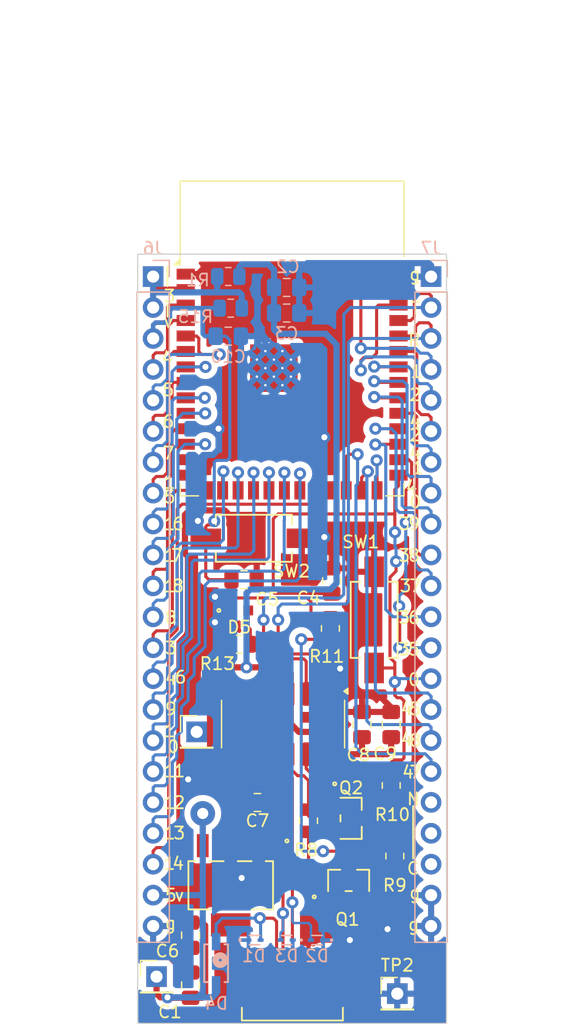
<source format=kicad_pcb>
(kicad_pcb (version 20240108) (generator "pcbnew") (generator_version "8.0")
  (layers (0 "F.Cu" signal) (31 "B.Cu" signal) (34 "B.Paste" user) (35 "F.Paste" user) (36 "B.SilkS" user "B.Silkscreen") (37 "F.SilkS" user "F.Silkscreen") (38 "B.Mask" user) (39 "F.Mask" user) (44 "Edge.Cuts" user))
  (net 0 "")
  (net 1 "/VCC_5V")
  (net 2 "/GPIO0")
  (net 3 "/CHIP_PU")
  (net 4 "/Vbus")
  (net 5 "Net-(D5-A)")
  (net 6 "/DTR")
  (net 8 "/U0TXD")
  (net 9 "GND")
  (net 10 "/U0RXD")
  (net 11 "/GPIO11")
  (net 12 "/USB_DN")
  (net 13 "/GPIO15")
  (net 14 "/GPIO16")
  (net 15 "/GPIO9")
  (net 16 "/GPIO17")
  (net 17 "/GPIO8")
  (net 18 "/USB_DP")
  (net 19 "/VCC_3V3")
  (net 20 "/RTS")
  (net 21 "/GPIO5")
  (net 22 "/GPIO14")
  (net 23 "/GPIO10")
  (net 24 "/GPIO46")
  (net 25 "/ESP_3V3")
  (net 26 "/GPIO4")
  (net 27 "/GPIO7")
  (net 28 "/GPIO13")
  (net 29 "/GPIO6")
  (net 30 "/GPIO18")
  (net 31 "/GPIO3")
  (net 32 "/GPIO12")
  (net 33 "/GPIO38")
  (net 34 "/GPIO35")
  (net 35 "/GPIO45")
  (net 36 "/GPIO37")
  (net 37 "/GPIO40")
  (net 38 "/GPIO1")
  (net 39 "/GPIO21")
  (net 40 "/GPIO47")
  (net 41 "/GPIO39")
  (net 42 "/GPIO36")
  (net 43 "/GPIO2")
  (net 44 "/GPIO41")
  (net 45 "/GPIO48")
  (net 46 "/GPIO42")
  (net 47 "Net-(Q1-C)")
  (net 48 "Net-(Q1-B)")
  (net 49 "Net-(Q2-B)")
  (net 50 "Net-(Q2-C)")
  (net 51 "/GPIO19")
  (net 52 "/GPIO20")
  (footprint "Resistor_SMD:R_0805_2012Metric" (layer "F.Cu") (at 66.2 125.3 -90)
    (property "Reference" "R8")
    (property "Value" "10k(1%)" (hide yes))
  )
  (footprint "Capacitor_SMD:C_0805_2012Metric_Pad1.18x1.45mm_HandSolder" (layer "F.Cu") (at 56.5 138.8 90)
    (property "Reference" "C1")
    (property "Value" "10uF" (hide yes))
  )
  (footprint "Capacitor_SMD:C_0805_2012Metric_Pad1.18x1.45mm_HandSolder" (layer "F.Cu") (at 68.1 105.6 -90)
    (property "Reference" "C4")
    (property "Value" "0.1uF" (hide yes))
  )
  (footprint "Resistor_SMD:R_0805_2012Metric" (layer "F.Cu") (at 68 109.5 90)
    (property "Reference" "R11")
    (property "Value" "0(1%)" (hide yes))
  )
  (footprint "Capacitor_SMD:C_0805_2012Metric_Pad1.18x1.45mm_HandSolder" (layer "F.Cu") (at 73 117.4 90)
    (property "Reference" "C9")
    (property "Value" "0.1uF" (hide yes))
  )
  (footprint "Resistor_SMD:R_0805_2012Metric" (layer "F.Cu") (at 60.5 110.8 180)
    (property "Reference" "R13")
    (property "Value" "~" (hide yes))
  )
  (footprint "Connector_PinHeader_2.54mm:PinHeader_1x01_P2.54mm_Vertical" (layer "F.Cu") (at 53.7 138.1)
    (property "Reference" "TP1" (hide yes))
    (property "Value" "5v" (hide yes))
  )
  (footprint "mesFootprint:careguleiciouuuuuuuuu" (layer "F.Cu") (at 59.8 130.6 180)
    (property "Reference" "CR1" (hide yes))
    (property "Value" "LD1117S33CTR" (hide yes))
  )
  (footprint "Capacitor_SMD:C_0805_2012Metric_Pad1.18x1.45mm_HandSolder" (layer "F.Cu") (at 56.5 134.7 -90)
    (property "Reference" "C6")
    (property "Value" "100nF" (hide yes))
  )
  (footprint "Connector_PinHeader_2.54mm:PinHeader_1x01_P2.54mm_Vertical" (layer "F.Cu") (at 57 118)
    (property "Reference" "TP3" (hide yes))
    (property "Value" "3V3" (hide yes))
  )
  (footprint "Capacitor_SMD:C_0805_2012Metric_Pad1.18x1.45mm_HandSolder" (layer "F.Cu") (at 62 123.8)
    (property "Reference" "C7")
    (property "Value" "10uF" (hide yes))
  )
  (footprint "mesFootprint:rien a signaler" (layer "F.Cu") (at 61.7 102.1 180)
    (property "Reference" "SW2")
    (property "Value" "~" (hide yes))
  )
  (footprint "RF_Module:ESP32-S3-WROOM-1" (layer "F.Cu") (at 64.85 85.665)
    (property "Reference" "U1" (hide yes))
    (property "Value" "ESP32-S3-WROOM-1" (hide yes))
  )
  (footprint "mesFootprint:transistor" (layer "F.Cu") (at 69.7 125.1 -90)
    (property "Reference" "Q2")
    (property "Value" "BSR14" (hide yes))
  )
  (footprint "mesFootprint:LED_LTST-C_LTO" (layer "F.Cu") (at 60.4905 108.027)
    (property "Reference" "D5")
    (property "Value" "LED" (hide yes))
  )
  (footprint "mesFootprint:rien a signaler" (layer "F.Cu") (at 71.6 108.8 -90)
    (property "Reference" "SW1")
    (property "Value" "~" (hide yes))
  )
  (footprint "Resistor_SMD:R_0805_2012Metric" (layer "F.Cu") (at 73.3 128.2 90)
    (property "Reference" "R9")
    (property "Value" "10k(1%)" (hide yes))
  )
  (footprint "Capacitor_SMD:C_0805_2012Metric_Pad1.18x1.45mm_HandSolder" (layer "F.Cu") (at 70.6 117.4 90)
    (property "Reference" "C8")
    (property "Value" "0.1uF" (hide yes))
  )
  (footprint "Package_SO:SOIC-16_3.9x9.9mm_P1.27mm" (layer "F.Cu") (at 64.105 117.36 -90)
    (property "Reference" "U2" (hide yes))
    (property "Value" "CH340C" (hide yes))
  )
  (footprint "Connector_PinHeader_2.54mm:PinHeader_1x01_P2.54mm_Vertical" (layer "F.Cu") (at 73.5 139.5)
    (property "Reference" "TP2")
    (property "Value" "GND" (hide yes))
  )
  (footprint "mesFootprint:transistor" (layer "F.Cu") (at 69.5 130.2)
    (property "Reference" "Q1")
    (property "Value" "BSR14" (hide yes))
  )
  (footprint "Capacitor_SMD:C_0805_2012Metric_Pad1.18x1.45mm_HandSolder" (layer "F.Cu") (at 60.9 105.5 180)
    (property "Reference" "C5")
    (property "Value" "0.1uF" (hide yes))
  )
  (footprint "mesFootprint:CONN_10118192-0002LF_AMP" (layer "F.Cu") (at 64.8721 138.95)
    (property "Reference" "J1" (hide yes))
    (property "Value" "USB_B_Micro" (hide yes))
  )
  (footprint "Resistor_SMD:R_0805_2012Metric" (layer "F.Cu") (at 73 122.4 90)
    (property "Reference" "R10")
    (property "Value" "0(1%)" (hide yes))
  )
  (footprint "Resistor_SMD:R_0805_2012Metric" (layer "B.Cu") (at 59.8 83.2 180)
    (property "Reference" "R15")
    (property "Value" "10K(1%)" (hide yes))
  )
  (footprint "mesFootprint:DODEBIZ" (layer "B.Cu") (at 66.9 135.1 180)
    (property "Reference" "D2")
    (property "Value" "~" (hide yes))
  )
  (footprint "Connector_PinHeader_2.54mm:PinHeader_1x22_P2.54mm_Vertical" (layer "B.Cu") (at 53.42 80.608 180)
    (property "Reference" "J6")
    (property "Value" "Conn_01x22" (hide yes))
  )
  (footprint "mesFootprint:DODEBIZ" (layer "B.Cu") (at 64.4 135.1 180)
    (property "Reference" "D3")
    (property "Value" "~" (hide yes))
  )
  (footprint "mesFootprint:dode" (layer "B.Cu") (at 58.6 137 90)
    (property "Reference" "D4")
    (property "Value" "~" (hide yes))
  )
  (footprint "Capacitor_SMD:C_0805_2012Metric_Pad1.18x1.45mm_HandSolder" (layer "B.Cu") (at 64.4 81.5)
    (property "Reference" "C2")
    (property "Value" "0.1uF" (hide yes))
  )
  (footprint "Capacitor_SMD:C_0805_2012Metric_Pad1.18x1.45mm_HandSolder" (layer "B.Cu") (at 64.4 83.6)
    (property "Reference" "C3")
    (property "Value" "10uF" (hide yes))
  )
  (footprint "Resistor_SMD:R_0805_2012Metric" (layer "B.Cu") (at 59.6 80.6 180)
    (property "Reference" "R1")
    (property "Value" "0(1%)" (hide yes))
  )
  (footprint "Capacitor_SMD:C_0805_2012Metric_Pad1.18x1.45mm_HandSolder" (layer "B.Cu") (at 59.6 85.5)
    (property "Reference" "C10")
    (property "Value" "1uF" (hide yes))
  )
  (footprint "Connector_PinHeader_2.54mm:PinHeader_1x22_P2.54mm_Vertical" (layer "B.Cu") (at 76.28 80.608 180)
    (property "Reference" "J7")
    (property "Value" "Conn_01x22" (hide yes))
  )
  (footprint "mesFootprint:DODEBIZ" (layer "B.Cu") (at 61.75925 135.1)
    (property "Reference" "D1")
    (property "Value" "~" (hide yes))
  )
  (gr_line (start 74.8 124.1) (end 74.8 128.4) (stroke (width 0.15)) (layer "F.SilkS"))
  (gr_line (start 54.6 83.9) (end 54.6 82.9) (stroke (width 0.15)) (layer "F.SilkS"))
  (gr_line (start 54.6 81.4) (end 54.6 79.8) (stroke (width 0.15)) (layer "F.SilkS"))
  (gr_rect (start 52.15 78.765) (end 77.55 141.95) (stroke (width 0.1)) (fill none) (layer "Edge.Cuts"))
  (gr_text "1" (at 55 121.8 0) (layer "F.SilkS") (effects (font (size 1 1)) (justify left bottom)))
  (gr_text "9" (at 54.3 116.7 0) (layer "F.SilkS") (effects (font (size 1 1)) (justify left bottom)))
  (gr_text "3" (at 73.5 104.1 0) (layer "F.SilkS") (effects (font (size 1 1)) (justify left bottom)))
  (gr_text "3" (at 54.2 82.8 0) (layer "F.SilkS") (effects (font (size 1 1)) (justify left bottom)))
  (gr_text "2" (at 74.4 90.9 0) (layer "F.SilkS") (effects (font (size 1 1)) (justify left bottom)))
  (gr_text "1" (at 54.2 129.4 0) (layer "F.SilkS") (effects (font (size 1 1)) (justify left bottom)))
  (gr_text "8" (at 74.3 104.1 0) (layer "F.SilkS") (effects (font (size 1 1)) (justify left bottom)))
  (gr_text "T" (at 74.5 83.8 0) (layer "F.SilkS") (effects (font (size 1 1)) (justify left bottom)))
  (gr_text "3" (at 73.5 109.2 0) (layer "F.SilkS") (effects (font (size 1 1)) (justify left bottom)))
  (gr_text "7" (at 74.4 106.6 0) (layer "F.SilkS") (effects (font (size 1 1)) (justify left bottom)))
  (gr_text "0" (at 74.4 99.7 0) (layer "F.SilkS") (effects (font (size 1 1)) (justify left bottom)))
  (gr_text "R" (at 74.3 86.4 0) (layer "F.SilkS") (effects (font (size 1 1)) (justify left bottom)))
  (gr_text "0" (at 54.5 119.8 0) (layer "F.SilkS") (effects (font (size 1 1)) (justify left bottom)))
  (gr_text "6" (at 54.9 101.5 0) (layer "F.SilkS") (effects (font (size 1 1)) (justify left bottom)))
  (gr_text "4" (at 73.7 119.2 0) (layer "F.SilkS") (effects (font (size 1 1)) (justify left bottom)))
  (gr_text "7" (at 54.8 104.1 0) (layer "F.SilkS") (effects (font (size 1 1)) (justify left bottom)))
  (gr_text "1" (at 54.2 124.4 0) (layer "F.SilkS") (effects (font (size 1 1)) (justify left bottom)))
  (gr_text "4" (at 74.1 98.5 0) (layer "F.SilkS") (effects (font (size 1 1)) (justify left bottom)))
  (gr_text "8" (at 54.3 109.2 0) (layer "F.SilkS") (effects (font (size 1 1)) (justify left bottom)))
  (gr_text "3" (at 73.6 106.6 0) (layer "F.SilkS") (effects (font (size 1 1)) (justify left bottom)))
  (gr_text "3" (at 54.3 111.7 0) (layer "F.SilkS") (effects (font (size 1 1)) (justify left bottom)))
  (gr_text "5" (at 74.4 116.7 0) (layer "F.SilkS") (effects (font (size 1 1)) (justify left bottom)))
  (gr_text "4" (at 73.8 121.9 0) (layer "F.SilkS") (effects (font (size 1 1)) (justify left bottom)))
  (gr_text "5" (at 54.1 90.5 0) (layer "F.SilkS") (effects (font (size 1 1)) (justify left bottom)))
  (gr_text "1" (at 54.2 121.8 0) (layer "F.SilkS") (effects (font (size 1 1)) (justify left bottom)))
  (gr_text "1" (at 54.2 106.6 0) (layer "F.SilkS") (effects (font (size 1 1)) (justify left bottom)))
  (gr_text "5" (at 54.2 99.3 0) (layer "F.SilkS") (effects (font (size 1 1)) (justify left bottom)))
  (gr_text "0" (at 74.3 114.3 0) (layer "F.SilkS") (effects (font (size 1 1)) (justify left bottom)))
  (gr_text "4" (at 74.4 95.7 0) (layer "F.SilkS") (effects (font (size 1 1)) (justify left bottom)))
  (gr_text "1" (at 54.2 98.1 0) (layer "F.SilkS") (effects (font (size 1 1)) (justify left bottom)))
  (gr_text "4" (at 73.7 116.7 0) (layer "F.SilkS") (effects (font (size 1 1)) (justify left bottom)))
  (gr_text "g" (at 74.4 81 0) (layer "F.SilkS") (effects (font (size 1 1)) (justify left bottom)))
  (gr_text "6" (at 74.3 109.2 0) (layer "F.SilkS") (effects (font (size 1 1)) (justify left bottom)))
  (gr_text "5" (at 74.3 111.8 0) (layer "F.SilkS") (effects (font (size 1 1)) (justify left bottom)))
  (gr_text "g" (at 74.4 131.8 0) (layer "F.SilkS") (effects (font (size 1 1)) (justify left bottom)))
  (gr_text "1" (at 54.2 118.5 0) (layer "F.SilkS") (effects (font (size 1 1)) (justify left bottom)))
  (gr_text "1" (at 54.2 104.1 0) (layer "F.SilkS") (effects (font (size 1 1)) (justify left bottom)))
  (gr_text "3" (at 73.5 111.8 0) (layer "F.SilkS") (effects (font (size 1 1)) (justify left bottom)))
  (gr_text "v" (at 55.1 132 0) (layer "F.SilkS") (effects (font (size 1 1)) (justify left bottom)))
  (gr_text "7" (at 74.4 121.9 0) (layer "F.SilkS") (effects (font (size 1 1)) (justify left bottom)))
  (gr_text "1" (at 54.2 101.5 0) (layer "F.SilkS") (effects (font (size 1 1)) (justify left bottom)))
  (gr_text "8" (at 74.4 119.3 0) (layer "F.SilkS") (effects (font (size 1 1)) (justify left bottom)))
  (gr_text "4" (at 54 87.9 0) (layer "F.SilkS") (effects (font (size 1 1)) (justify left bottom)))
  (gr_text "g" (at 54.3 134.3 0) (layer "F.SilkS") (effects (font (size 1 1)) (justify left bottom)))
  (gr_text "4" (at 54.9 129.4 0) (layer "F.SilkS") (effects (font (size 1 1)) (justify left bottom)))
  (gr_text "4" (at 54.3 114.2 0) (layer "F.SilkS") (effects (font (size 1 1)) (justify left bottom)))
  (gr_text "4" (at 74.4 93.1 0) (layer "F.SilkS") (effects (font (size 1 1)) (justify left bottom)))
  (gr_text "2" (at 55 124.4 0) (layer "F.SilkS") (effects (font (size 1 1)) (justify left bottom)))
  (gr_text "9" (at 74.3 101.5 0) (layer "F.SilkS") (effects (font (size 1 1)) (justify left bottom)))
  (gr_text "8" (at 54.9 106.6 0) (layer "F.SilkS") (effects (font (size 1 1)) (justify left bottom)))
  (gr_text "6" (at 55.1 114.1 0) (layer "F.SilkS") (effects (font (size 1 1)) (justify left bottom)))
  (gr_text "1" (at 54.2 126.9 0) (layer "F.SilkS") (effects (font (size 1 1)) (justify left bottom)))
  (gr_text "C" (at 74.2 129.8 0) (layer "F.SilkS") (effects (font (size 1 1)) (justify left bottom)))
  (gr_text "1" (at 74.5 89 0) (layer "F.SilkS") (effects (font (size 1 1)) (justify left bottom)))
  (gr_text "N" (at 74.2 124.1 0) (layer "F.SilkS") (effects (font (size 1 1)) (justify left bottom)))
  (gr_text "g" (at 74.3 134.4 0) (layer "F.SilkS") (effects (font (size 1 1)) (justify left bottom)))
  (gr_text "3" (at 55 126.9 0) (layer "F.SilkS") (effects (font (size 1 1)) (justify left bottom)))
  (gr_text "2" (at 74.4 94.2 0) (layer "F.SilkS") (effects (font (size 1 1)) (justify left bottom)))
  (gr_text "6" (at 54.1 93.1 0) (layer "F.SilkS") (effects (font (size 1 1)) (justify left bottom)))
  (gr_text "1" (at 74.6 96.9 0) (layer "F.SilkS") (effects (font (size 1 1)) (justify left bottom)))
  (gr_text "5" (at 54.3 132 0) (layer "F.SilkS") (effects (font (size 1 1)) (justify left bottom)))
  (gr_text "v" (at 54.2 84.9 0) (layer "F.SilkS") (effects (font (size 1 1)) (justify left bottom)))
  (gr_text "3" (at 73.5 101.5 0) (layer "F.SilkS") (effects (font (size 1 1)) (justify left bottom)))
  (gr_text "7" (at 54.1 95.7 0) (layer "F.SilkS") (effects (font (size 1 1)) (justify left bottom)))
  (segment (start 56.5 139.8375) (end 54.6375 139.8375) (width 0.508) (layer "F.Cu") (net 1))
  (segment (start 54 139.8) (end 53.7 139.5) (width 0.508) (layer "F.Cu") (net 1))
  (segment (start 54.6375 139.8375) (end 54.6 139.8) (width 0.508) (layer "F.Cu") (net 1))
  (segment (start 56.5 139.8375) (end 57.4625 139.8375) (width 0.508) (layer "F.Cu") (net 1))
  (segment (start 57.7 133.9) (end 57.4625 133.6625) (width 0.508) (layer "F.Cu") (net 1))
  (segment (start 53.7 139.5) (end 53.7 138.1) (width 0.508) (layer "F.Cu") (net 1))
  (segment (start 57.4625 139.8375) (end 57.7 139.6) (width 0.508) (layer "F.Cu") (net 1))
  (segment (start 57.7 139.6) (end 57.7 133.9) (width 0.508) (layer "F.Cu") (net 1))
  (segment (start 57.4625 133.6625) (end 56.5 133.6625) (width 0.508) (layer "F.Cu") (net 1))
  (segment (start 57.5 127.3488) (end 57.5 124.7) (width 0.508) (layer "F.Cu") (net 1))
  (segment (start 54.6 139.8) (end 54 139.8) (width 0.508) (layer "F.Cu") (net 1))
  (via (at 54.6 139.8) (size 1) (drill 0.5) (layers "F.Cu" "B.Cu") (net 1))
  (via (at 57.5 124.7) (size 2.032) (drill 0.9144) (layers "F.Cu" "B.Cu") (net 1))
  (segment (start 57.492 131.408) (end 57.5 131.4) (width 0.508) (layer "B.Cu") (net 1))
  (segment (start 57.5 139.4) (end 57.5 131.4) (width 0.508) (layer "B.Cu") (net 1))
  (segment (start 53.42 131.408) (end 57.492 131.408) (width 0.508) (layer "B.Cu") (net 1))
  (segment (start 54.6 139.8) (end 58.3 139.8) (width 0.508) (layer "B.Cu") (net 1))
  (segment (start 57.1 139.8) (end 57.5 139.4) (width 0.508) (layer "B.Cu") (net 1))
  (segment (start 58.3 139.8) (end 58.6 139.5) (width 0.508) (layer "B.Cu") (net 1))
  (segment (start 54.6 139.8) (end 57.1 139.8) (width 0.508) (layer "B.Cu") (net 1))
  (segment (start 57.5 124.7) (end 57.5 131.4) (width 0.508) (layer "B.Cu") (net 1))
  (segment (start 58.6 139.5) (end 58.6 138.7726) (width 0.508) (layer "B.Cu") (net 1))
  (segment (start 73.3 115) (end 73.3 113.9) (width 0.254) (layer "F.Cu") (net 2))
  (segment (start 73.3 113.9) (end 73.2 113.8) (width 0.254) (layer "F.Cu") (net 2))
  (segment (start 68.1 106.6375) (end 66.276316 106.6375) (width 0.254) (layer "F.Cu") (net 2))
  (segment (start 73 121.4875) (end 73 120.5) (width 0.254) (layer "F.Cu") (net 2))
  (segment (start 73.8 115.2) (end 73.5 115.2) (width 0.254) (layer "F.Cu") (net 2))
  (segment (start 73.6 97.8) (end 73.6 96.915) (width 0.254) (layer "F.Cu") (net 2))
  (segment (start 73.3 113.9) (end 73.3 112.8) (width 0.254) (layer "F.Cu") (net 2))
  (segment (start 73.3 98.1) (end 73.6 97.8) (width 0.254) (layer "F.Cu") (net 2))
  (segment (start 63.3 106.5) (end 63.3 100.5) (width 0.254) (layer "F.Cu") (net 2))
  (segment (start 63.419 106.619) (end 63.3 106.5) (width 0.254) (layer "F.Cu") (net 2))
  (segment (start 63.3 100.5) (end 63.7 100.1) (width 0.254) (layer "F.Cu") (net 2))
  (segment (start 63.7 100.1) (end 73.3 100.1) (width 0.254) (layer "F.Cu") (net 2))
  (segment (start 73.3 112.3) (end 72.9 111.9) (width 0.254) (layer "F.Cu") (net 2))
  (segment (start 73 120.5) (end 73.2 120.3) (width 0.254) (layer "F.Cu") (net 2))
  (segment (start 73.308 101.6) (end 73.3 101.592) (width 0.254) (layer "F.Cu") (net 2))
  (segment (start 73.3 100.1) (end 73.3 98.1) (width 0.254) (layer "F.Cu") (net 2))
  (segment (start 73.3 112.8) (end 73.3 112.3) (width 0.254) (layer "F.Cu") (net 2))
  (segment (start 72.9 111.9) (end 72.9 105.3) (width 0.254) (layer "F.Cu") (net 2))
  (segment (start 74.052 115.452) (end 73.8 115.2) (width 0.254) (layer "F.Cu") (net 2))
  (segment (start 66.276316 106.6375) (end 66.257816 106.619) (width 0.254) (layer "F.Cu") (net 2))
  (segment (start 73.2 120.3) (end 73.9 120.3) (width 0.254) (layer "F.Cu") (net 2))
  (segment (start 74.052 120.148) (end 74.052 115.452) (width 0.254) (layer "F.Cu") (net 2))
  (segment (start 72.9 105.3) (end 73.4 104.8) (width 0.254) (layer "F.Cu") (net 2))
  (segment (start 66.257816 106.619) (end 63.419 106.619) (width 0.254) (layer "F.Cu") (net 2))
  (segment (start 73.4 104.8) (end 73.4 104) (width 0.254) (layer "F.Cu") (net 2))
  (segment (start 73.3 101.592) (end 73.3 100.1) (width 0.254) (layer "F.Cu") (net 2))
  (segment (start 73.5 115.2) (end 73.3 115) (width 0.254) (layer "F.Cu") (net 2))
  (segment (start 71.6 112.751498) (end 73.248502 112.751498) (width 0.254) (layer "F.Cu") (net 2))
  (segment (start 73.9 120.3) (end 74.052 120.148) (width 0.254) (layer "F.Cu") (net 2))
  (via (at 73.3 113.9) (size 1) (drill 0.5) (layers "F.Cu" "B.Cu") (net 2))
  (via (at 73.308 101.6) (size 1) (drill 0.5) (layers "F.Cu" "B.Cu") (net 2))
  (via (at 73.4 104) (size 1) (drill 0.5) (layers "F.Cu" "B.Cu") (net 2))
  (segment (start 73.3 113.9) (end 73.572 113.628) (width 0.254) (layer "B.Cu") (net 2))
  (segment (start 73.4 104) (end 73.4 102.9) (width 0.254) (layer "B.Cu") (net 2))
  (segment (start 73.4 101.692) (end 73.308 101.6) (width 0.254) (layer "B.Cu") (net 2))
  (segment (start 73.572 113.628) (end 76.28 113.628) (width 0.254) (layer "B.Cu") (net 2))
  (segment (start 73.4 102.9) (end 73.308 102.808) (width 0.254) (layer "B.Cu") (net 2))
  (segment (start 73.308 102.808) (end 73.308 101.6) (width 0.254) (layer "B.Cu") (net 2))
  (segment (start 58 105.5) (end 57.748502 105.248502) (width 0.254) (layer "F.Cu") (net 3))
  (segment (start 66.7875 108.5875) (end 68 108.5875) (width 0.254) (layer "F.Cu") (net 3))
  (segment (start 66.4 108.2) (end 66.7875 108.5875) (width 0.254) (layer "F.Cu") (net 3))
  (segment (start 59.8625 105.5) (end 59.8625 106.7625) (width 0.254) (layer "F.Cu") (net 3))
  (segment (start 66.1 107) (end 66.4 107.3) (width 0.254) (layer "F.Cu") (net 3))
  (segment (start 54.597 83.103) (end 54.597 84.103) (width 0.254) (layer "F.Cu") (net 3))
  (segment (start 57.748502 105.248502) (end 57.748502 102.1) (width 0.254) (layer "F.Cu") (net 3))
  (segment (start 57.748502 101.151498) (end 57.748502 102.1) (width 0.254) (layer "F.Cu") (net 3))
  (segment (start 54.375 84.325) (end 53.675 84.325) (width 0.254) (layer "F.Cu") (net 3))
  (segment (start 53.42 84.58) (end 53.42 85.688) (width 0.254) (layer "F.Cu") (net 3))
  (segment (start 56.1 82.945) (end 54.755 82.945) (width 0.254) (layer "F.Cu") (net 3))
  (segment (start 54.755 82.945) (end 54.597 83.103) (width 0.254) (layer "F.Cu") (net 3))
  (segment (start 66.4 107.3) (end 66.4 108.2) (width 0.254) (layer "F.Cu") (net 3))
  (segment (start 60.1 107) (end 66.1 107) (width 0.254) (layer "F.Cu") (net 3))
  (segment (start 58.135 101) (end 57.9 101) (width 0.254) (layer "F.Cu") (net 3))
  (segment (start 59.8625 105.5) (end 58 105.5) (width 0.254) (layer "F.Cu") (net 3))
  (segment (start 57.9 101) (end 57.748502 101.151498) (width 0.254) (layer "F.Cu") (net 3))
  (segment (start 53.675 84.325) (end 53.42 84.58) (width 0.254) (layer "F.Cu") (net 3))
  (segment (start 54.597 84.103) (end 54.375 84.325) (width 0.254) (layer "F.Cu") (net 3))
  (segment (start 58.446 100.689) (end 58.135 101) (width 0.254) (layer "F.Cu") (net 3))
  (segment (start 59.8625 106.7625) (end 60.1 107) (width 0.254) (layer "F.Cu") (net 3))
  (via (at 58.446 100.689) (size 1) (drill 0.5) (layers "F.Cu" "B.Cu") (net 3))
  (segment (start 54.8 83.4) (end 55 83.2) (width 0.381) (layer "B.Cu") (net 3))
  (segment (start 53.6115 84.3885) (end 54.6115 84.3885) (width 0.381) (layer "B.Cu") (net 3))
  (segment (start 54.6115 84.3885) (end 54.8 84.2) (width 0.381) (layer "B.Cu") (net 3))
  (segment (start 58.6875 83) (end 58.8875 83.2) (width 0.508) (layer "B.Cu") (net 3))
  (segment (start 58.446 100.689) (end 58.446 95.854) (width 0.254) (layer "B.Cu") (net 3))
  (segment (start 53.42 84.58) (end 53.6115 84.3885) (width 0.381) (layer "B.Cu") (net 3))
  (segment (start 59.4 85.5) (end 58.5625 85.5) (width 0.254) (layer "B.Cu") (net 3))
  (segment (start 55 83.2) (end 57.5 83.2) (width 0.381) (layer "B.Cu") (net 3))
  (segment (start 53.5 85.608) (end 53.42 85.688) (width 0.254) (layer "B.Cu") (net 3))
  (segment (start 58.5625 85.5) (end 57.7 85.5) (width 0.381) (layer "B.Cu") (net 3))
  (segment (start 59.723 85.823) (end 59.4 85.5) (width 0.254) (layer "B.Cu") (net 3))
  (segment (start 54.8 84.2) (end 54.8 83.4) (width 0.381) (layer "B.Cu") (net 3))
  (segment (start 53.42 85.688) (end 53.42 84.58) (width 0.381) (layer "B.Cu") (net 3))
  (segment (start 57.5 85.3) (end 57.5 83.2) (width 0.381) (layer "B.Cu") (net 3))
  (segment (start 57.5 83.2) (end 58.8875 83.2) (width 0.381) (layer "B.Cu") (net 3))
  (segment (start 58.6 95.7) (end 59.5 95.7) (width 0.254) (layer "B.Cu") (net 3))
  (segment (start 58.446 95.854) (end 58.6 95.7) (width 0.254) (layer "B.Cu") (net 3))
  (segment (start 59.723 95.477) (end 59.723 85.823) (width 0.254) (layer "B.Cu") (net 3))
  (segment (start 57.7 85.5) (end 57.5 85.3) (width 0.381) (layer "B.Cu") (net 3))
  (segment (start 59.5 95.7) (end 59.723 95.477) (width 0.254) (layer "B.Cu") (net 3))
  (segment (start 62.2 133.3) (end 63.3 133.3) (width 0.254) (layer "F.Cu") (net 4))
  (segment (start 63.5721 133.5721) (end 63.5721 136.7461) (width 0.254) (layer "F.Cu") (net 4))
  (segment (start 63.3 133.3) (end 63.5721 133.5721) (width 0.254) (layer "F.Cu") (net 4))
  (via (at 62.2 133.3) (size 1) (drill 0.5) (layers "F.Cu" "B.Cu") (net 4))
  (segment (start 62.2 133.6815) (end 62.25925 133.74075) (width 0.254) (layer "B.Cu") (net 4))
  (segment (start 62.25925 133.74075) (end 62.25925 135.1) (width 0.254) (layer "B.Cu") (net 4))
  (segment (start 62.2 133.3) (end 62.2 133.6815) (width 0.254) (layer "B.Cu") (net 4))
  (segment (start 58.6 135.2274) (end 58.6 133.8) (width 0.254) (layer "B.Cu") (net 4))
  (segment (start 59.1 133.3) (end 62.2 133.3) (width 0.254) (layer "B.Cu") (net 4))
  (segment (start 58.6 133.8) (end 59.1 133.3) (width 0.254) (layer "B.Cu") (net 4))
  (segment (start 61.4125 109.571999) (end 61.240501 109.4) (width 0.254) (layer "F.Cu") (net 5))
  (segment (start 61.240501 109.4) (end 61.240501 108.027) (width 0.254) (layer "F.Cu") (net 5))
  (segment (start 61.4125 110.8) (end 61.4125 109.571999) (width 0.254) (layer "F.Cu") (net 5))
  (segment (start 68.4046 126.050001) (end 68.4046 125.5046) (width 0.254) (layer "F.Cu") (net 6))
  (segment (start 64.74 121.04) (end 65.3 121.6) (width 0.254) (layer "F.Cu") (net 6))
  (segment (start 64.74 119.835) (end 64.74 121.04) (width 0.254) (layer "F.Cu") (net 6))
  (segment (start 65.3 121.6) (end 65.8 121.6) (width 0.254) (layer "F.Cu") (net 6))
  (segment (start 65.8 121.6) (end 66.2 122) (width 0.254) (layer "F.Cu") (net 6))
  (segment (start 66.2 122) (end 66.2 124.3875) (width 0.254) (layer "F.Cu") (net 6))
  (segment (start 66.6 125.3) (end 66.2 124.9) (width 0.254) (layer "F.Cu") (net 6))
  (segment (start 66.2 124.9) (end 66.2 124.3875) (width 0.254) (layer "F.Cu") (net 6))
  (segment (start 68.4046 125.5046) (end 68.2 125.3) (width 0.254) (layer "F.Cu") (net 6))
  (segment (start 68.2 125.3) (end 66.6 125.3) (width 0.254) (layer "F.Cu") (net 6))
  (segment (start 76.3 82.2) (end 76.3 83.128) (width 0.254) (layer "F.Cu") (net 8))
  (segment (start 66.01 112.21) (end 65.8 112) (width 0.254) (layer "F.Cu") (net 8))
  (segment (start 75.2 82) (end 76.1 82) (width 0.254) (layer "F.Cu") (net 8))
  (segment (start 62.9 112) (end 62.5 111.6) (width 0.254) (layer "F.Cu") (net 8))
  (segment (start 76.3 83.128) (end 76.28 83.148) (width 0.254) (layer "F.Cu") (net 8))
  (segment (start 73.6 84.215) (end 74.604 84.215) (width 0.254) (layer "F.Cu") (net 8))
  (segment (start 76.1 82) (end 76.3 82.2) (width 0.254) (layer "F.Cu") (net 8))
  (segment (start 62.5 111.6) (end 62.5 108.8) (width 0.254) (layer "F.Cu") (net 8))
  (segment (start 66.01 114.885) (end 66.01 112.21) (width 0.254) (layer "F.Cu") (net 8))
  (segment (start 74.9 83.919) (end 74.9 82.3) (width 0.254) (layer "F.Cu") (net 8))
  (segment (start 74.9 82.3) (end 75.2 82) (width 0.254) (layer "F.Cu") (net 8))
  (segment (start 74.604 84.215) (end 74.9 83.919) (width 0.254) (layer "F.Cu") (net 8))
  (segment (start 65.8 112) (end 62.9 112) (width 0.254) (layer "F.Cu") (net 8))
  (via (at 62.5 108.8) (size 1) (drill 0.5) (layers "F.Cu" "B.Cu") (net 8))
  (segment (start 62.5 108.8) (end 62.5 107.2) (width 0.254) (layer "B.Cu") (net 8))
  (segment (start 69.1 106.7) (end 69.1 83.7) (width 0.254) (layer "B.Cu") (net 8))
  (segment (start 68.8 107) (end 69.1 106.7) (width 0.254) (layer "B.Cu") (net 8))
  (segment (start 62.7 107) (end 68.8 107) (width 0.254) (layer "B.Cu") (net 8))
  (segment (start 69.1 83.7) (end 69.652 83.148) (width 0.254) (layer "B.Cu") (net 8))
  (segment (start 62.5 107.2) (end 62.7 107) (width 0.254) (layer "B.Cu") (net 8))
  (segment (start 69.652 83.148) (end 76.28 83.148) (width 0.254) (layer "B.Cu") (net 8))
  (segment (start 73 116) (end 72.2 115.2) (width 0.508) (layer "F.Cu") (net 9))
  (segment (start 73 116.3625) (end 73 116) (width 0.508) (layer "F.Cu") (net 9))
  (segment (start 60 141) (end 59.5 140.5) (width 0.508) (layer "F.Cu") (net 9))
  (segment (start 56.1 80.405) (end 56.938 80.405) (width 0.508) (layer "F.Cu") (net 9))
  (segment (start 74.605 80.405) (end 74.808 80.608) (width 0.508) (layer "F.Cu") (net 9))
  (segment (start 56.5 137.7625) (end 56.0625 137.7625) (width 0.508) (layer "F.Cu") (net 9))
  (segment (start 59.308 99.808) (end 59.8 100.3) (width 0.508) (layer "F.Cu") (net 9))
  (segment (start 56.0625 137.7625) (end 54.9 136.6) (width 0.508) (layer "F.Cu") (net 9))
  (segment (start 73.6 80.405) (end 74.605 80.405) (width 0.508) (layer "F.Cu") (net 9))
  (segment (start 56.3 141.3) (end 56.6 141) (width 0.508) (layer "F.Cu") (net 9))
  (segment (start 59.5 136.8) (end 59.571101 136.871101) (width 0.508) (layer "F.Cu") (net 9))
  (segment (start 66.1721 136.7461) (end 66.1721 135.5279) (width 0.254) (layer "F.Cu") (net 9))
  (segment (start 56.5 103.7) (end 56.383102 103.7) (width 0.508) (layer "F.Cu") (net 9))
  (segment (start 56.6 141) (end 60 141) (width 0.508) (layer "F.Cu") (net 9))
  (segment (start 72.2 115.2) (end 71.8 114.8) (width 0.508) (layer "F.Cu") (net 9))
  (segment (start 59.6 141) (end 59.204 141.396) (width 0.508) (layer "F.Cu") (net 9))
  (segment (start 61.772101 136.871101) (end 59.571101 136.871101) (width 0.508) (layer "F.Cu") (net 9))
  (segment (start 74.808 80.608) (end 76.28 80.608) (width 0.508) (layer "F.Cu") (net 9))
  (segment (start 56.1 80.405) (end 73.6 80.405) (width 0.508) (layer "F.Cu") (net 9))
  (segment (start 59.5 140.5) (end 59.5 139.7) (width 0.508) (layer "F.Cu") (net 9))
  (segment (start 66.1721 135.5279) (end 66.4 135.3) (width 0.254) (layer "F.Cu") (net 9))
  (segment (start 56.1 80.405) (end 57.095 80.405) (width 0.508) (layer "F.Cu") (net 9))
  (segment (start 56.037202 100.170798) (end 56.4 99.808) (width 0.508) (layer "F.Cu") (net 9))
  (segment (start 56.383102 103.7) (end 56.037202 103.3541) (width 0.508) (layer "F.Cu") (net 9))
  (segment (start 63.0375 123.8) (end 63.0375 129.3375) (width 0.508) (layer "F.Cu") (net 9))
  (segment (start 56.396 141.396) (end 56.3 141.3) (width 0.508) (layer "F.Cu") (net 9))
  (segment (start 59.204 141.396) (end 56.396 141.396) (width 0.508) (layer "F.Cu") (net 9))
  (segment (start 56.4 99.808) (end 59.308 99.808) (width 0.508) (layer "F.Cu") (net 9))
  (segment (start 56.037202 103.3541) (end 56.037202 100.170798) (width 0.508) (layer "F.Cu") (net 9))
  (segment (start 56.938 80.405) (end 57.7 81.167) (width 0.508) (layer "F.Cu") (net 9))
  (segment (start 61.9 100.3) (end 61.9375 100.3375) (width 0.508) (layer "F.Cu") (net 9))
  (segment (start 57.095 80.405) (end 57.7 79.8) (width 0.508) (layer "F.Cu") (net 9))
  (segment (start 63.0375 129.3375) (end 63.1 129.4) (width 0.508) (layer "F.Cu") (net 9))
  (segment (start 61.9375 105.5) (end 61.9375 100.3375) (width 0.508) (layer "F.Cu") (net 9))
  (segment (start 57.7 81.167) (end 57.7 81.7) (width 0.508) (layer "F.Cu") (net 9))
  (via (at 67.5 93.8) (size 1) (drill 0.5) (layers "F.Cu" "B.Cu") (net 9))
  (via (at 69.6 135.1) (size 1) (drill 0.5) (layers "F.Cu" "B.Cu") (net 9))
  (via (at 58.8 93.1) (size 1) (drill 0.5) (layers "F.Cu" "B.Cu") (net 9))
  (via (at 67.5 102) (size 1) (drill 0.5) (layers "F.Cu" "B.Cu") (net 9))
  (via (at 60.7 130) (size 1) (drill 0.5) (layers "F.Cu" "B.Cu") (net 9))
  (via (at 56.3 121.9) (size 1) (drill 0.5) (layers "F.Cu" "B.Cu") (net 9))
  (via (at 72.7 134.2) (size 1) (drill 0.5) (layers "F.Cu" "B.Cu") (net 9))
  (via (at 58.5 106.9) (size 1) (drill 0.5) (layers "F.Cu" "B.Cu") (net 9))
  (via (at 58.5 109) (size 1) (drill 0.5) (layers "F.Cu" "B.Cu") (net 9))
  (via (at 57.1 100.672898) (size 1) (drill 0.5) (layers "F.Cu" "B.Cu") (net 9))
  (via (at 68.8 112.8) (size 1) (drill 0.5) (layers "F.Cu" "B.Cu") (net 9))
  (segment (start 61.25925 135.1) (end 61.25925 135.95925) (width 0.254) (layer "B.Cu") (net 9))
  (segment (start 67.5 94.4) (end 67.509 94.409) (width 0.254) (layer "B.Cu") (net 9))
  (segment (start 61.25925 135.95925) (end 61.5 136.2) (width 0.254) (layer "B.Cu") (net 9))
  (segment (start 57.1 100.672898) (end 57.1 95.7) (width 0.508) (layer "B.Cu") (net 9))
  (segment (start 65.4375 80.1625) (end 66.1 79.5) (width 0.508) (layer "B.Cu") (net 9))
  (segment (start 65.4375 83.6) (end 65.4375 81.5) (width 0.508) (layer "B.Cu") (net 9))
  (segment (start 69.6 135.9) (end 69.6 135.1) (width 0.254) (layer "B.Cu") (net 9))
  (segment (start 76.28 79.68) (end 76.28 80.608) (width 0.508) (layer "B.Cu") (net 9))
  (segment (start 58.8 94.8) (end 58.8 93.1) (width 0.508) (layer "B.Cu") (net 9))
  (segment (start 66.1 79.5) (end 76.1 79.5) (width 0.508) (layer "B.Cu") (net 9))
  (segment (start 64.9 136.2) (end 65 136.2) (width 0.254) (layer "B.Cu") (net 9))
  (segment (start 57.1 95.7) (end 57.544 95.256) (width 0.508) (layer "B.Cu") (net 9))
  (segment (start 61.5 136.2) (end 64.9 136.2) (width 0.254) (layer "B.Cu") (net 9))
  (segment (start 60.6375 85.5) (end 62.2 85.5) (width 0.508) (layer "B.Cu") (net 9))
  (segment (start 62.65 85.95) (end 62.65 86.725) (width 0.508) (layer "B.Cu") (net 9))
  (segment (start 58.344 95.256) (end 58.8 94.8) (width 0.508) (layer "B.Cu") (net 9))
  (segment (start 65 136.2) (end 69.3 136.2) (width 0.254) (layer "B.Cu") (net 9))
  (segment (start 62.2 85.5) (end 62.65 85.95) (width 0.508) (layer "B.Cu") (net 9))
  (segment (start 65.4375 81.5) (end 65.4375 80.1625) (width 0.508) (layer "B.Cu") (net 9))
  (segment (start 67.5 93.8) (end 67.5 94.4) (width 0.508) (layer "B.Cu") (net 9))
  (segment (start 67.509 94.409) (end 67.509 101.991) (width 0.508) (layer "B.Cu") (net 9))
  (segment (start 76.1 79.5) (end 76.28 79.68) (width 0.508) (layer "B.Cu") (net 9))
  (segment (start 64.9 135.1) (end 64.9 136.2) (width 0.254) (layer "B.Cu") (net 9))
  (segment (start 67.509 101.991) (end 67.5 102) (width 0.254) (layer "B.Cu") (net 9))
  (segment (start 57.544 95.256) (end 58.344 95.256) (width 0.508) (layer "B.Cu") (net 9))
  (segment (start 67.4 135.1) (end 69.6 135.1) (width 0.254) (layer "B.Cu") (net 9))
  (segment (start 69.3 136.2) (end 69.6 135.9) (width 0.254) (layer "B.Cu") (net 9))
  (segment (start 67.3 114.865) (end 67.28 114.885) (width 0.254) (layer "F.Cu") (net 10))
  (segment (start 73.6 85.485) (end 74.815 85.485) (width 0.254) (layer "F.Cu") (net 10))
  (segment (start 67 111.6) (end 67.3 111.9) (width 0.254) (layer "F.Cu") (net 10))
  (segment (start 75 85.3) (end 75 84.7) (width 0.254) (layer "F.Cu") (net 10))
  (segment (start 76.06 84.4) (end 76.28 84.62) (width 0.254) (layer "F.Cu") (net 10))
  (segment (start 63.7 111.4) (end 63.9 111.6) (width 0.254) (layer "F.Cu") (net 10))
  (segment (start 75.3 84.4) (end 76.06 84.4) (width 0.254) (layer "F.Cu") (net 10))
  (segment (start 75 84.7) (end 75.3 84.4) (width 0.254) (layer "F.Cu") (net 10))
  (segment (start 76.28 84.62) (end 76.28 85.688) (width 0.254) (layer "F.Cu") (net 10))
  (segment (start 67.3 111.9) (end 67.3 114.865) (width 0.254) (layer "F.Cu") (net 10))
  (segment (start 63.7 108.8) (end 63.7 111.4) (width 0.254) (layer "F.Cu") (net 10))
  (segment (start 63.9 111.6) (end 67 111.6) (width 0.254) (layer "F.Cu") (net 10))
  (segment (start 74.815 85.485) (end 75 85.3) (width 0.254) (layer "F.Cu") (net 10))
  (via (at 63.7 108.8) (size 1) (drill 0.5) (layers "F.Cu" "B.Cu") (net 10))
  (segment (start 63.7 108.8) (end 63.7 107.8) (width 0.254) (layer "B.Cu") (net 10))
  (segment (start 69.481 86.019) (end 69.812 85.688) (width 0.254) (layer "B.Cu") (net 10))
  (segment (start 69.3 107.5) (end 69.481 107.319) (width 0.254) (layer "B.Cu") (net 10))
  (segment (start 63.7 107.8) (end 64 107.5) (width 0.254) (layer "B.Cu") (net 10))
  (segment (start 64 107.5) (end 69.3 107.5) (width 0.254) (layer "B.Cu") (net 10))
  (segment (start 69.481 107.319) (end 69.481 86.019) (width 0.254) (layer "B.Cu") (net 10))
  (segment (start 69.812 85.688) (end 76.28 85.688) (width 0.254) (layer "B.Cu") (net 10))
  (segment (start 62.945 96.7) (end 62.945 98.165) (width 0.254) (layer "F.Cu") (net 11))
  (via (at 62.945 96.7) (size 1) (drill 0.5) (layers "F.Cu" "B.Cu") (net 11))
  (segment (start 62.945 103.655) (end 62.7 103.9) (width 0.254) (layer "B.Cu") (net 11))
  (segment (start 54.597 117.8) (end 54.597 119.703) (width 0.254) (layer "B.Cu") (net 11))
  (segment (start 56.6 104.1) (end 56.6 110.238816) (width 0.254) (layer "B.Cu") (net 11))
  (segment (start 53.595 119.885) (end 53.42 120.06) (width 0.254) (layer "B.Cu") (net 11))
  (segment (start 56.6 110.238816) (end 55.881 110.957816) (width 0.254) (layer "B.Cu") (net 11))
  (segment (start 54.415 119.885) (end 53.595 119.885) (width 0.254) (layer "B.Cu") (net 11))
  (segment (start 55.881 112.857816) (end 55.4 113.338816) (width 0.254) (layer "B.Cu") (net 11))
  (segment (start 54.978 115.322) (end 54.978 117.419) (width 0.254) (layer "B.Cu") (net 11))
  (segment (start 56.8 103.9) (end 56.6 104.1) (width 0.254) (layer "B.Cu") (net 11))
  (segment (start 62.945 96.7) (end 62.945 103.655) (width 0.254) (layer "B.Cu") (net 11))
  (segment (start 62.7 103.9) (end 56.8 103.9) (width 0.254) (layer "B.Cu") (net 11))
  (segment (start 55.4 113.338816) (end 55.4 114.9) (width 0.254) (layer "B.Cu") (net 11))
  (segment (start 53.42 120.06) (end 53.42 121.248) (width 0.254) (layer "B.Cu") (net 11))
  (segment (start 54.597 119.703) (end 54.415 119.885) (width 0.254) (layer "B.Cu") (net 11))
  (segment (start 55.881 110.957816) (end 55.881 112.857816) (width 0.254) (layer "B.Cu") (net 11))
  (segment (start 55.4 114.9) (end 54.978 115.322) (width 0.254) (layer "B.Cu") (net 11))
  (segment (start 54.978 117.419) (end 54.597 117.8) (width 0.254) (layer "B.Cu") (net 11))
  (segment (start 63.75 121.75) (end 62.01 121.75) (width 0.254) (layer "F.Cu") (net 12))
  (segment (start 64.1 135.746) (end 64.1 132.9) (width 0.254) (layer "F.Cu") (net 12))
  (segment (start 64.222101 136.7461) (end 64.222101 135.868101) (width 0.254) (layer "F.Cu") (net 12))
  (segment (start 64.222101 135.868101) (end 64.1 135.746) (width 0.254) (layer "F.Cu") (net 12))
  (segment (start 64.1 122.1) (end 63.75 121.75) (width 0.254) (layer "F.Cu") (net 12))
  (segment (start 61.573 121.313) (end 61.573 117.127) (width 0.254) (layer "F.Cu") (net 12))
  (segment (start 61.573 117.127) (end 62.2 116.5) (width 0.254) (layer "F.Cu") (net 12))
  (segment (start 64.1 132.9) (end 64.1 122.1) (width 0.254) (layer "F.Cu") (net 12))
  (segment (start 62.2 116.5) (end 62.2 114.885) (width 0.254) (layer "F.Cu") (net 12))
  (segment (start 62.01 121.75) (end 61.573 121.313) (width 0.254) (layer "F.Cu") (net 12))
  (via (at 64.1 132.9) (size 1) (drill 0.5) (layers "F.Cu" "B.Cu") (net 12))
  (segment (start 63.9 134.5) (end 64.1 134.3) (width 0.2) (layer "B.Cu") (net 12))
  (segment (start 63.9 135.1) (end 63.9 134.5) (width 0.2) (layer "B.Cu") (net 12))
  (segment (start 64.1 134.3) (end 64.1 132.9) (width 0.2) (layer "B.Cu") (net 12))
  (segment (start 54.597 92.303) (end 54.597 96.703) (width 0.254) (layer "F.Cu") (net 13))
  (segment (start 54.978 91.922) (end 54.597 92.303) (width 0.254) (layer "F.Cu") (net 13))
  (segment (start 56.1 89.295) (end 55.096 89.295) (width 0.254) (layer "F.Cu") (net 13))
  (segment (start 53.42 97.28) (end 53.42 98.388) (width 0.254) (layer "F.Cu") (net 13))
  (segment (start 54.978 89.413) (end 54.978 91.922) (width 0.254) (layer "F.Cu") (net 13))
  (segment (start 54.275 97.025) (end 53.675 97.025) (width 0.254) (layer "F.Cu") (net 13))
  (segment (start 55.096 89.295) (end 54.978 89.413) (width 0.254) (layer "F.Cu") (net 13))
  (segment (start 53.675 97.025) (end 53.42 97.28) (width 0.254) (layer "F.Cu") (net 13))
  (segment (start 54.597 96.703) (end 54.275 97.025) (width 0.254) (layer "F.Cu") (net 13))
  (segment (start 57.665 90.565) (end 57.7 90.6) (width 0.254) (layer "F.Cu") (net 14))
  (segment (start 56.1 90.565) (end 57.665 90.565) (width 0.254) (layer "F.Cu") (net 14))
  (via (at 57.665 90.565) (size 1) (drill 0.5) (layers "F.Cu" "B.Cu") (net 14))
  (segment (start 55.235 90.565) (end 54.981 90.819) (width 0.254) (layer "B.Cu") (net 14))
  (segment (start 54.7 99.5) (end 54.5 99.7) (width 0.254) (layer "B.Cu") (net 14))
  (segment (start 54.5 99.7) (end 53.7 99.7) (width 0.254) (layer "B.Cu") (net 14))
  (segment (start 53.7 99.7) (end 53.42 99.98) (width 0.254) (layer "B.Cu") (net 14))
  (segment (start 54.981 90.819) (end 54.981 94.257816) (width 0.254) (layer "B.Cu") (net 14))
  (segment (start 54.981 94.257816) (end 54.7 94.538816) (width 0.254) (layer "B.Cu") (net 14))
  (segment (start 53.42 99.98) (end 53.42 100.928) (width 0.254) (layer "B.Cu") (net 14))
  (segment (start 54.7 94.538816) (end 54.7 99.5) (width 0.254) (layer "B.Cu") (net 14))
  (segment (start 57.665 90.565) (end 55.235 90.565) (width 0.254) (layer "B.Cu") (net 14))
  (segment (start 60.4 96.7) (end 60.405 96.705) (width 0.254) (layer "F.Cu") (net 15))
  (segment (start 60.405 96.705) (end 60.405 98.165) (width 0.254) (layer "F.Cu") (net 15))
  (via (at 60.4 96.7) (size 1) (drill 0.5) (layers "F.Cu" "B.Cu") (net 15))
  (segment (start 54.6 114.51) (end 54.305 114.805) (width 0.254) (layer "B.Cu") (net 15))
  (segment (start 53.42 114.98) (end 53.42 116.168) (width 0.254) (layer "B.Cu") (net 15))
  (segment (start 54.978 112.360816) (end 54.6 112.738816) (width 0.254) (layer "B.Cu") (net 15))
  (segment (start 54.978 110.499632) (end 54.978 112.360816) (width 0.254) (layer "B.Cu") (net 15))
  (segment (start 60.2 102.9) (end 56 102.9) (width 0.254) (layer "B.Cu") (net 15))
  (segment (start 54.305 114.805) (end 53.595 114.805) (width 0.254) (layer "B.Cu") (net 15))
  (segment (start 53.595 114.805) (end 53.42 114.98) (width 0.254) (layer "B.Cu") (net 15))
  (segment (start 56 102.9) (end 55.762 103.138) (width 0.254) (layer "B.Cu") (net 15))
  (segment (start 55.762 109.715632) (end 54.978 110.499632) (width 0.254) (layer "B.Cu") (net 15))
  (segment (start 60.4 102.7) (end 60.2 102.9) (width 0.254) (layer "B.Cu") (net 15))
  (segment (start 55.762 103.138) (end 55.762 109.715632) (width 0.254) (layer "B.Cu") (net 15))
  (segment (start 54.6 112.738816) (end 54.6 114.51) (width 0.254) (layer "B.Cu") (net 15))
  (segment (start 60.4 96.7) (end 60.4 102.7) (width 0.254) (layer "B.Cu") (net 15))
  (segment (start 57.7 91.835) (end 57.765 91.835) (width 0.254) (layer "F.Cu") (net 16))
  (segment (start 56.1 91.835) (end 57.7 91.835) (width 0.254) (layer "F.Cu") (net 16))
  (segment (start 57.765 91.835) (end 57.8 91.8) (width 0.254) (layer "F.Cu") (net 16))
  (via (at 57.7 91.835) (size 1) (drill 0.5) (layers "F.Cu" "B.Cu") (net 16))
  (segment (start 55.865 91.835) (end 55.362 92.338) (width 0.254) (layer "B.Cu") (net 16))
  (segment (start 54.795 102.105) (end 53.695 102.105) (width 0.254) (layer "B.Cu") (net 16))
  (segment (start 55.362 92.338) (end 55.362 94.438) (width 0.254) (layer "B.Cu") (net 16))
  (segment (start 55.081 94.719) (end 55.081 101.819) (width 0.254) (layer "B.Cu") (net 16))
  (segment (start 55.362 94.438) (end 55.081 94.719) (width 0.254) (layer "B.Cu") (net 16))
  (segment (start 53.695 102.105) (end 53.42 102.38) (width 0.254) (layer "B.Cu") (net 16))
  (segment (start 57.7 91.835) (end 55.865 91.835) (width 0.254) (layer "B.Cu") (net 16))
  (segment (start 53.42 102.38) (end 53.42 103.468) (width 0.254) (layer "B.Cu") (net 16))
  (segment (start 55.081 101.819) (end 54.795 102.105) (width 0.254) (layer "B.Cu") (net 16))
  (segment (start 56.1 94.375) (end 57.7 94.375) (width 0.254) (layer "F.Cu") (net 17))
  (segment (start 57.4 94.4) (end 57.425 94.375) (width 0.254) (layer "F.Cu") (net 17))
  (segment (start 57.425 94.375) (end 57.7 94.375) (width 0.254) (layer "F.Cu") (net 17))
  (via (at 57.7 94.375) (size 1) (drill 0.5) (layers "F.Cu" "B.Cu") (net 17))
  (segment (start 53.715 107.185) (end 53.42 107.48) (width 0.254) (layer "B.Cu") (net 17))
  (segment (start 54.315 107.185) (end 53.715 107.185) (width 0.254) (layer "B.Cu") (net 17))
  (segment (start 53.42 107.48) (end 53.42 108.548) (width 0.254) (layer "B.Cu") (net 17))
  (segment (start 54.597 106.903) (end 54.315 107.185) (width 0.254) (layer "B.Cu") (net 17))
  (segment (start 56.025 94.375) (end 55.462 94.938) (width 0.254) (layer "B.Cu") (net 17))
  (segment (start 54.597 103.003) (end 54.597 106.903) (width 0.254) (layer "B.Cu") (net 17))
  (segment (start 55.462 102.138) (end 54.597 103.003) (width 0.254) (layer "B.Cu") (net 17))
  (segment (start 55.462 94.938) (end 55.462 102.138) (width 0.254) (layer "B.Cu") (net 17))
  (segment (start 57.7 94.375) (end 56.025 94.375) (width 0.254) (layer "B.Cu") (net 17))
  (segment (start 63.47 116.53) (end 63.47 114.885) (width 0.254) (layer "F.Cu") (net 18))
  (segment (start 62.827 117.173) (end 63.47 116.53) (width 0.254) (layer "F.Cu") (net 18))
  (segment (start 64.35 121.25) (end 63 121.25) (width 0.254) (layer "F.Cu") (net 18))
  (segment (start 64.8721 132) (end 64.8721 121.7721) (width 0.254) (layer "F.Cu") (net 18))
  (segment (start 62.827 121.077) (end 62.827 117.173) (width 0.254) (layer "F.Cu") (net 18))
  (segment (start 63 121.25) (end 62.827 121.077) (width 0.254) (layer "F.Cu") (net 18))
  (segment (start 64.8721 136.7461) (end 64.8721 132) (width 0.254) (layer "F.Cu") (net 18))
  (segment (start 64.8721 121.7721) (end 64.35 121.25) (width 0.254) (layer "F.Cu") (net 18))
  (via (at 64.8721 132) (size 1) (drill 0.5) (layers "F.Cu" "B.Cu") (net 18))
  (segment (start 64.8721 132) (end 64.8721 133.5721) (width 0.2) (layer "B.Cu") (net 18))
  (segment (start 66.2 133.7) (end 66.4 133.9) (width 0.2) (layer "B.Cu") (net 18))
  (segment (start 65 133.7) (end 66.2 133.7) (width 0.2) (layer "B.Cu") (net 18))
  (segment (start 64.8721 133.5721) (end 65 133.7) (width 0.2) (layer "B.Cu") (net 18))
  (segment (start 66.4 133.9) (end 66.4 135.1) (width 0.2) (layer "B.Cu") (net 18))
  (segment (start 69.97 119.835) (end 68.55 119.835) (width 0.508) (layer "F.Cu") (net 19))
  (segment (start 68.55 119.835) (end 68.55 118.25) (width 0.508) (layer "F.Cu") (net 19))
  (segment (start 70.6 118.4375) (end 70.6 119.835) (width 0.508) (layer "F.Cu") (net 19))
  (segment (start 72.665 119.835) (end 70.315 119.835) (width 0.508) (layer "F.Cu") (net 19))
  (segment (start 65.4 118) (end 64.74 117.34) (width 0.508) (layer "F.Cu") (net 19))
  (segment (start 59.6 112.7) (end 61.1 112.7) (width 0.508) (layer "F.Cu") (net 19))
  (segment (start 61.1 112.7) (end 64.3 112.7) (width 0.508) (layer "F.Cu") (net 19))
  (segment (start 58.6 112.7) (end 59.1 112.7) (width 0.508) (layer "F.Cu") (net 19))
  (segment (start 64.74 117.34) (end 64.74 114.885) (width 0.508) (layer "F.Cu") (net 19))
  (segment (start 59.5875 112.6875) (end 59.6 112.7) (width 0.508) (layer "F.Cu") (net 19))
  (segment (start 70.315 119.835) (end 69.97 119.835) (width 0.508) (layer "F.Cu") (net 19))
  (segment (start 64.3 112.7) (end 64.74 113.14) (width 0.508) (layer "F.Cu") (net 19))
  (segment (start 73 119.5) (end 72.665 119.835) (width 0.508) (layer "F.Cu") (net 19))
  (segment (start 68.3 118) (end 65.4 118) (width 0.508) (layer "F.Cu") (net 19))
  (segment (start 64.74 113.14) (end 64.74 114.885) (width 0.508) (layer "F.Cu") (net 19))
  (segment (start 60.9625 123.8) (end 60.9625 122.4625) (width 0.508) (layer "F.Cu") (net 19))
  (segment (start 59.1 112.7) (end 59.6 112.7) (width 0.508) (layer "F.Cu") (net 19))
  (segment (start 58.1 121.4) (end 58.1 118) (width 0.508) (layer "F.Cu") (net 19))
  (segment (start 59.5875 110.8) (end 59.5875 112.6875) (width 0.508) (layer "F.Cu") (net 19))
  (segment (start 60.9625 125.1375) (end 60.9625 123.8) (width 0.508) (layer "F.Cu") (net 19))
  (segment (start 68.55 118.25) (end 68.3 118) (width 0.508) (layer "F.Cu") (net 19))
  (segment (start 60.5 122) (end 58.7 122) (width 0.508) (layer "F.Cu") (net 19))
  (segment (start 59.8 126.3) (end 60.9625 125.1375) (width 0.508) (layer "F.Cu") (net 19))
  (segment (start 73 118.4375) (end 73 119.5) (width 0.508) (layer "F.Cu") (net 19))
  (segment (start 60.9625 122.4625) (end 60.5 122) (width 0.508) (layer "F.Cu") (net 19))
  (segment (start 56.9 118) (end 58.1 118) (width 0.508) (layer "F.Cu") (net 19))
  (segment (start 58.7 122) (end 58.1 121.4) (width 0.508) (layer "F.Cu") (net 19))
  (segment (start 58.1 113.2) (end 58.6 112.7) (width 0.508) (layer "F.Cu") (net 19))
  (segment (start 59.8 127.3488) (end 59.8 126.3) (width 0.508) (layer "F.Cu") (net 19))
  (segment (start 58.1 118) (end 58.1 113.2) (width 0.508) (layer "F.Cu") (net 19))
  (via (at 61.1 112.7) (size 1) (drill 0.5) (layers "F.Cu" "B.Cu") (net 19))
  (segment (start 67.6 85.3) (end 63.7 85.3) (width 0.508) (layer "B.Cu") (net 19))
  (segment (start 68 106.3) (end 68.5 105.8) (width 0.508) (layer "B.Cu") (net 19))
  (segment (start 60.5125 80.6) (end 60.5125 79.7875) (width 0.508) (layer "B.Cu") (net 19))
  (segment (start 60.7 79.6) (end 62.9 79.6) (width 0.508) (layer "B.Cu") (net 19))
  (segment (start 68.5 105.8) (end 68.5 86.2) (width 0.508) (layer "B.Cu") (net 19))
  (segment (start 63.3625 84.9625) (end 63.3625 83.6) (width 0.508) (layer "B.Cu") (net 19))
  (segment (start 61.1 106.6) (end 61.4 106.3) (width 0.508) (layer "B.Cu") (net 19))
  (segment (start 63.7 85.3) (end 63.3625 84.9625) (width 0.508) (layer "B.Cu") (net 19))
  (segment (start 62.9 79.6) (end 63.3625 80.0625) (width 0.508) (layer "B.Cu") (net 19))
  (segment (start 63.3625 83.6) (end 63.3625 81.5) (width 0.508) (layer "B.Cu") (net 19))
  (segment (start 68.5 86.2) (end 67.6 85.3) (width 0.508) (layer "B.Cu") (net 19))
  (segment (start 63.3625 80.0625) (end 63.3625 81.5) (width 0.508) (layer "B.Cu") (net 19))
  (segment (start 61.1 112.7) (end 61.1 106.6) (width 0.508) (layer "B.Cu") (net 19))
  (segment (start 61.4 106.3) (end 68 106.3) (width 0.508) (layer "B.Cu") (net 19))
  (segment (start 60.5125 79.7875) (end 60.7 79.6) (width 0.508) (layer "B.Cu") (net 19))
  (segment (start 67.535401 124.9) (end 69.3 124.9) (width 0.254) (layer "F.Cu") (net 20))
  (segment (start 71.6 126.6) (end 71.9 126.9) (width 0.254) (layer "F.Cu") (net 20))
  (segment (start 72.9046 131.4954) (end 73.3 131.1) (width 0.254) (layer "F.Cu") (net 20))
  (segment (start 69.9 126.6) (end 71.6 126.6) (width 0.254) (layer "F.Cu") (net 20))
  (segment (start 71.9 126.9) (end 71.9 131.4954) (width 0.254) (layer "F.Cu") (net 20))
  (segment (start 66.01 121.01) (end 66.4 121.4) (width 0.254) (layer "F.Cu") (net 20))
  (segment (start 69.3 124.9) (end 69.5 125.1) (width 0.254) (layer "F.Cu") (net 20))
  (segment (start 66.4 121.4) (end 67.2 121.4) (width 0.254) (layer "F.Cu") (net 20))
  (segment (start 70.450001 131.4954) (end 71.9 131.4954) (width 0.254) (layer "F.Cu") (net 20))
  (segment (start 69.5 125.1) (end 69.5 126.2) (width 0.254) (layer "F.Cu") (net 20))
  (segment (start 67.4 124.764599) (end 67.535401 124.9) (width 0.254) (layer "F.Cu") (net 20))
  (segment (start 71.9 131.4954) (end 72.9046 131.4954) (width 0.254) (layer "F.Cu") (net 20))
  (segment (start 73.3 131.1) (end 73.3 129.1125) (width 0.254) (layer "F.Cu") (net 20))
  (segment (start 69.5 126.2) (end 69.9 126.6) (width 0.254) (layer "F.Cu") (net 20))
  (segment (start 66.01 119.835) (end 66.01 121.01) (width 0.254) (layer "F.Cu") (net 20))
  (segment (start 67.4 121.6) (end 67.4 124.764599) (width 0.254) (layer "F.Cu") (net 20))
  (segment (start 67.2 121.4) (end 67.4 121.6) (width 0.254) (layer "F.Cu") (net 20))
  (segment (start 57.4 87) (end 57.177 86.777) (width 0.254) (layer "F.Cu") (net 21))
  (segment (start 58.9 87) (end 57.4 87) (width 0.254) (layer "F.Cu") (net 21))
  (segment (start 57.177 85.677) (end 56.985 85.485) (width 0.254) (layer "F.Cu") (net 21))
  (segment (start 57.177 86.777) (end 57.177 85.677) (width 0.254) (layer "F.Cu") (net 21))
  (segment (start 56.985 85.485) (end 56.1 85.485) (width 0.254) (layer "F.Cu") (net 21))
  (via (at 58.9 87) (size 1) (drill 0.5) (layers "F.Cu" "B.Cu") (net 21))
  (segment (start 54.1 89.5) (end 53.6 89.5) (width 0.254) (layer "B.Cu") (net 21))
  (segment (start 58.9 87) (end 54.9 87) (width 0.254) (layer "B.Cu") (net 21))
  (segment (start 54.9 87) (end 54.6 87.3) (width 0.254) (layer "B.Cu") (net 21))
  (segment (start 54.6 89) (end 54.1 89.5) (width 0.254) (layer "B.Cu") (net 21))
  (segment (start 53.6 89.5) (end 53.42 89.68) (width 0.254) (layer "B.Cu") (net 21))
  (segment (start 53.42 89.68) (end 53.42 90.768) (width 0.254) (layer "B.Cu") (net 21))
  (segment (start 54.6 87.3) (end 54.6 89) (width 0.254) (layer "B.Cu") (net 21))
  (segment (start 66.755 99.145) (end 66.755 98.165) (width 0.254) (layer "F.Cu") (net 22))
  (segment (start 55.4 99.7) (end 55.8 99.3) (width 0.254) (layer "F.Cu") (net 22))
  (segment (start 54.7 110.3) (end 55.4 109.6) (width 0.254) (layer "F.Cu") (net 22))
  (segment (start 53.42 128.868) (end 53.42 127.78) (width 0.254) (layer "F.Cu") (net 22))
  (segment (start 55.4 109.6) (end 55.4 99.7) (width 0.254) (layer "F.Cu") (net 22))
  (segment (start 55.8 99.3) (end 66.6 99.3) (width 0.254) (layer "F.Cu") (net 22))
  (segment (start 53.695 127.505) (end 54.495 127.505) (width 0.254) (layer "F.Cu") (net 22))
  (segment (start 54.495 127.505) (end 54.7 127.3) (width 0.254) (layer "F.Cu") (net 22))
  (segment (start 54.7 127.3) (end 54.7 110.3) (width 0.254) (layer "F.Cu") (net 22))
  (segment (start 53.42 127.78) (end 53.695 127.505) (width 0.254) (layer "F.Cu") (net 22))
  (segment (start 66.6 99.3) (end 66.755 99.145) (width 0.254) (layer "F.Cu") (net 22))
  (segment (start 61.675 96.7) (end 61.675 98.165) (width 0.254) (layer "F.Cu") (net 23))
  (segment (start 61.675 96.7) (end 61.675 96.375) (width 0.254) (layer "F.Cu") (net 23))
  (via (at 61.675 96.7) (size 1) (drill 0.5) (layers "F.Cu" "B.Cu") (net 23))
  (segment (start 54.597 117.203) (end 54.597 115.051815) (width 0.254) (layer "B.Cu") (net 23))
  (segment (start 56.2 103.6) (end 56.4 103.4) (width 0.254) (layer "B.Cu") (net 23))
  (segment (start 54.981 114.667815) (end 54.981 113.219) (width 0.254) (layer "B.Cu") (net 23))
  (segment (start 56.2 110.1) (end 56.2 103.6) (width 0.254) (layer "B.Cu") (net 23))
  (segment (start 56.4 103.4) (end 61.4 103.4) (width 0.254) (layer "B.Cu") (net 23))
  (segment (start 54.455 117.345) (end 54.597 117.203) (width 0.254) (layer "B.Cu") (net 23))
  (segment (start 55.5 112.7) (end 55.5 110.8) (width 0.254) (layer "B.Cu") (net 23))
  (segment (start 54.597 115.051815) (end 54.981 114.667815) (width 0.254) (layer "B.Cu") (net 23))
  (segment (start 53.42 117.48) (end 53.555 117.345) (width 0.254) (layer "B.Cu") (net 23))
  (segment (start 54.981 113.219) (end 55.5 112.7) (width 0.254) (layer "B.Cu") (net 23))
  (segment (start 55.5 110.8) (end 56.2 110.1) (width 0.254) (layer "B.Cu") (net 23))
  (segment (start 61.7 103.1) (end 61.7 96.725) (width 0.254) (layer "B.Cu") (net 23))
  (segment (start 61.7 96.725) (end 61.675 96.7) (width 0.254) (layer "B.Cu") (net 23))
  (segment (start 53.555 117.345) (end 54.455 117.345) (width 0.254) (layer "B.Cu") (net 23))
  (segment (start 53.42 118.708) (end 53.42 117.48) (width 0.254) (layer "B.Cu") (net 23))
  (segment (start 61.4 103.4) (end 61.7 103.1) (width 0.254) (layer "B.Cu") (net 23))
  (segment (start 59.2 96.6) (end 59.135 96.665) (width 0.254) (layer "F.Cu") (net 24))
  (segment (start 59.135 96.665) (end 59.135 98.165) (width 0.254) (layer "F.Cu") (net 24))
  (via (at 59.2 96.6) (size 1) (drill 0.5) (layers "F.Cu" "B.Cu") (net 24))
  (segment (start 59.2 96.6) (end 59.2 102.2) (width 0.254) (layer "B.Cu") (net 24))
  (segment (start 54.597 110.003) (end 54.597 112.003) (width 0.254) (layer "B.Cu") (net 24))
  (segment (start 55.7 102.5) (end 55.381 102.819) (width 0.254) (layer "B.Cu") (net 24))
  (segment (start 59.2 102.2) (end 58.9 102.5) (width 0.254) (layer "B.Cu") (net 24))
  (segment (start 53.735 112.265) (end 53.42 112.58) (width 0.254) (layer "B.Cu") (net 24))
  (segment (start 55.381 102.819) (end 55.381 109.219) (width 0.254) (layer "B.Cu") (net 24))
  (segment (start 54.335 112.265) (end 53.735 112.265) (width 0.254) (layer "B.Cu") (net 24))
  (segment (start 53.42 112.58) (end 53.42 113.628) (width 0.254) (layer "B.Cu") (net 24))
  (segment (start 55.381 109.219) (end 54.597 110.003) (width 0.254) (layer "B.Cu") (net 24))
  (segment (start 54.597 112.003) (end 54.335 112.265) (width 0.254) (layer "B.Cu") (net 24))
  (segment (start 58.9 102.5) (end 55.7 102.5) (width 0.254) (layer "B.Cu") (net 24))
  (segment (start 53.42 81.7) (end 53.42 80.608) (width 0.508) (layer "F.Cu") (net 25))
  (segment (start 53.42 83.148) (end 53.42 81.7) (width 0.508) (layer "F.Cu") (net 25))
  (segment (start 56.1 81.675) (end 53.445 81.675) (width 0.508) (layer "F.Cu") (net 25))
  (segment (start 53.445 81.675) (end 53.42 81.7) (width 0.508) (layer "F.Cu") (net 25))
  (segment (start 53.42 81.9) (end 53.42 80.608) (width 0.508) (layer "B.Cu") (net 25))
  (segment (start 60.7125 82.1125) (end 60.7125 83.2) (width 0.508) (layer "B.Cu") (net 25))
  (segment (start 58.6875 81.8875) (end 58.7 81.9) (width 0.508) (layer "B.Cu") (net 25))
  (segment (start 60.5 81.9) (end 60.7125 82.1125) (width 0.508) (layer "B.Cu") (net 25))
  (segment (start 58.6875 80.6) (end 58.6875 81.8875) (width 0.508) (layer "B.Cu") (net 25))
  (segment (start 58.7 81.9) (end 59.2 81.9) (width 0.508) (layer "B.Cu") (net 25))
  (segment (start 53.42 83.148) (end 53.42 81.9) (width 0.508) (layer "B.Cu") (net 25))
  (segment (start 53.42 80.608) (end 53.428 80.6) (width 0.508) (layer "B.Cu") (net 25))
  (segment (start 53.42 81.9) (end 58.7 81.9) (width 0.508) (layer "B.Cu") (net 25))
  (segment (start 59.2 81.9) (end 60.5 81.9) (width 0.508) (layer "B.Cu") (net 25))
  (segment (start 53.42 88.228) (end 53.42 87.08) (width 0.254) (layer "F.Cu") (net 26))
  (segment (start 54.335 86.865) (end 54.6 86.6) (width 0.254) (layer "F.Cu") (net 26))
  (segment (start 54.6 86.6) (end 54.6 84.7) (width 0.254) (layer "F.Cu") (net 26))
  (segment (start 54.6 84.7) (end 55.085 84.215) (width 0.254) (layer "F.Cu") (net 26))
  (segment (start 53.42 87.08) (end 53.635 86.865) (width 0.254) (layer "F.Cu") (net 26))
  (segment (start 55.085 84.215) (end 56.1 84.215) (width 0.254) (layer "F.Cu") (net 26))
  (segment (start 53.635 86.865) (end 54.335 86.865) (width 0.254) (layer "F.Cu") (net 26))
  (segment (start 56.1 88.025) (end 57.725 88.025) (width 0.254) (layer "F.Cu") (net 27))
  (segment (start 57.725 88.025) (end 57.8 88.1) (width 0.254) (layer "F.Cu") (net 27))
  (via (at 57.725 88.025) (size 1) (drill 0.5) (layers "F.Cu" "B.Cu") (net 27))
  (segment (start 53.715 94.485) (end 53.42 94.78) (width 0.254) (layer "B.Cu") (net 27))
  (segment (start 57.725 88.025) (end 55.375 88.025) (width 0.254) (layer "B.Cu") (net 27))
  (segment (start 55.375 88.025) (end 54.981 88.419) (width 0.254) (layer "B.Cu") (net 27))
  (segment (start 54.6 94.1) (end 54.215 94.485) (width 0.254) (layer "B.Cu") (net 27))
  (segment (start 53.42 94.78) (end 53.42 95.848) (width 0.254) (layer "B.Cu") (net 27))
  (segment (start 54.981 89.157816) (end 54.6 89.538816) (width 0.254) (layer "B.Cu") (net 27))
  (segment (start 54.981 88.419) (end 54.981 89.157816) (width 0.254) (layer "B.Cu") (net 27))
  (segment (start 54.6 89.538816) (end 54.6 94.1) (width 0.254) (layer "B.Cu") (net 27))
  (segment (start 54.215 94.485) (end 53.715 94.485) (width 0.254) (layer "B.Cu") (net 27))
  (segment (start 65.485 96.8) (end 65.5 96.785) (width 0.254) (layer "F.Cu") (net 28))
  (segment (start 65.485 98.165) (end 65.485 96.8) (width 0.254) (layer "F.Cu") (net 28))
  (via (at 65.5 96.785) (size 1) (drill 0.5) (layers "F.Cu" "B.Cu") (net 28))
  (segment (start 57.7 111) (end 57.7 105.95) (width 0.254) (layer "B.Cu") (net 28))
  (segment (start 55.74 115.96) (end 56.3 115.4) (width 0.254) (layer "B.Cu") (net 28))
  (segment (start 57.7 105.95) (end 58.05 105.6) (width 0.254) (layer "B.Cu") (net 28))
  (segment (start 55.359 120.141) (end 55.359 118.341) (width 0.254) (layer "B.Cu") (net 28))
  (segment (start 56.8 111.9) (end 57.7 111) (width 0.254) (layer "B.Cu") (net 28))
  (segment (start 65.2 105.6) (end 65.5 105.3) (width 0.254) (layer "B.Cu") (net 28))
  (segment (start 55.359 118.341) (end 55.74 117.96) (width 0.254) (layer "B.Cu") (net 28))
  (segment (start 58.05 105.6) (end 65.2 105.6) (width 0.254) (layer "B.Cu") (net 28))
  (segment (start 53.635 124.965) (end 54.735 124.965) (width 0.254) (layer "B.Cu") (net 28))
  (segment (start 56.8 113.3) (end 56.8 111.9) (width 0.254) (layer "B.Cu") (net 28))
  (segment (start 53.42 125.18) (end 53.635 124.965) (width 0.254) (layer "B.Cu") (net 28))
  (segment (start 56.3 115.4) (end 56.3 113.8) (width 0.254) (layer "B.Cu") (net 28))
  (segment (start 54.735 124.965) (end 55 124.7) (width 0.254) (layer "B.Cu") (net 28))
  (segment (start 55.74 117.96) (end 55.74 115.96) (width 0.254) (layer "B.Cu") (net 28))
  (segment (start 55 124.7) (end 55 120.5) (width 0.254) (layer "B.Cu") (net 28))
  (segment (start 55 120.5) (end 55.359 120.141) (width 0.254) (layer "B.Cu") (net 28))
  (segment (start 53.42 126.328) (end 53.42 125.18) (width 0.254) (layer "B.Cu") (net 28))
  (segment (start 65.5 105.3) (end 65.5 96.785) (width 0.254) (layer "B.Cu") (net 28))
  (segment (start 56.3 113.8) (end 56.8 113.3) (width 0.254) (layer "B.Cu") (net 28))
  (segment (start 54.597 91.703) (end 54.3 92) (width 0.254) (layer "F.Cu") (net 29))
  (segment (start 53.6 92) (end 53.42 92.18) (width 0.254) (layer "F.Cu") (net 29))
  (segment (start 54.597 87.303) (end 54.597 91.703) (width 0.254) (layer "F.Cu") (net 29))
  (segment (start 55.145 86.755) (end 54.597 87.303) (width 0.254) (layer "F.Cu") (net 29))
  (segment (start 56.1 86.755) (end 55.145 86.755) (width 0.254) (layer "F.Cu") (net 29))
  (segment (start 54.3 92) (end 53.6 92) (width 0.254) (layer "F.Cu") (net 29))
  (segment (start 53.42 92.18) (end 53.42 93.308) (width 0.254) (layer "F.Cu") (net 29))
  (segment (start 54.6 104.5) (end 54.455 104.645) (width 0.254) (layer "F.Cu") (net 30))
  (segment (start 56.1 93.105) (end 55.295 93.105) (width 0.254) (layer "F.Cu") (net 30))
  (segment (start 54.6 97.238816) (end 54.6 104.5) (width 0.254) (layer "F.Cu") (net 30))
  (segment (start 54.455 104.645) (end 53.655 104.645) (width 0.254) (layer "F.Cu") (net 30))
  (segment (start 54.978 96.860816) (end 54.6 97.238816) (width 0.254) (layer "F.Cu") (net 30))
  (segment (start 53.655 104.645) (end 53.42 104.88) (width 0.254) (layer "F.Cu") (net 30))
  (segment (start 53.42 104.88) (end 53.42 106.008) (width 0.254) (layer "F.Cu") (net 30))
  (segment (start 54.978 93.422) (end 54.978 96.860816) (width 0.254) (layer "F.Cu") (net 30))
  (segment (start 55.295 93.105) (end 54.978 93.422) (width 0.254) (layer "F.Cu") (net 30))
  (segment (start 55 109.4) (end 55 98.5) (width 0.254) (layer "F.Cu") (net 31))
  (segment (start 53.7 109.7) (end 54.7 109.7) (width 0.254) (layer "F.Cu") (net 31))
  (segment (start 55.335 98.165) (end 57.865 98.165) (width 0.254) (layer "F.Cu") (net 31))
  (segment (start 53.42 109.98) (end 53.7 109.7) (width 0.254) (layer "F.Cu") (net 31))
  (segment (start 54.7 109.7) (end 55 109.4) (width 0.254) (layer "F.Cu") (net 31))
  (segment (start 55 98.5) (end 55.335 98.165) (width 0.254) (layer "F.Cu") (net 31))
  (segment (start 53.42 111.088) (end 53.42 109.98) (width 0.254) (layer "F.Cu") (net 31))
  (segment (start 64.215 98.165) (end 64.215 96.7) (width 0.254) (layer "F.Cu") (net 32))
  (via (at 64.215 96.7) (size 1) (drill 0.5) (layers "F.Cu" "B.Cu") (net 32))
  (segment (start 57.2 110.719816) (end 57.2 105.05) (width 0.254) (layer "B.Cu") (net 32))
  (segment (start 53.42 123.788) (end 53.42 122.58) (width 0.254) (layer "B.Cu") (net 32))
  (segment (start 54.6 122.2) (end 54.6 120.238815) (width 0.254) (layer "B.Cu") (net 32))
  (segment (start 54.978 117.957816) (end 55.359 117.576816) (width 0.254) (layer "B.Cu") (net 32))
  (segment (start 54.375 122.425) (end 54.6 122.2) (width 0.254) (layer "B.Cu") (net 32))
  (segment (start 55.838816 115.120184) (end 55.838816 113.438816) (width 0.254) (layer "B.Cu") (net 32))
  (segment (start 54.6 120.238815) (end 54.978 119.860815) (width 0.254) (layer "B.Cu") (net 32))
  (segment (start 64.2 100.63) (end 64.215 100.615) (width 0.254) (layer "B.Cu") (net 32))
  (segment (start 55.359 117.576816) (end 55.359 115.6) (width 0.254) (layer "B.Cu") (net 32))
  (segment (start 57.45 104.8) (end 64 104.8) (width 0.254) (layer "B.Cu") (net 32))
  (segment (start 55.838816 113.438816) (end 56.262 113.015632) (width 0.254) (layer "B.Cu") (net 32))
  (segment (start 64.215 100.615) (end 64.215 96.7) (width 0.254) (layer "B.Cu") (net 32))
  (segment (start 53.42 122.58) (end 53.575 122.425) (width 0.254) (layer "B.Cu") (net 32))
  (segment (start 54.978 119.860815) (end 54.978 117.957816) (width 0.254) (layer "B.Cu") (net 32))
  (segment (start 56.262 111.657816) (end 57.2 110.719816) (width 0.254) (layer "B.Cu") (net 32))
  (segment (start 53.575 122.425) (end 54.375 122.425) (width 0.254) (layer "B.Cu") (net 32))
  (segment (start 56.262 113.015632) (end 56.262 111.657816) (width 0.254) (layer "B.Cu") (net 32))
  (segment (start 64 104.8) (end 64.2 104.6) (width 0.254) (layer "B.Cu") (net 32))
  (segment (start 64.2 104.6) (end 64.2 100.63) (width 0.254) (layer "B.Cu") (net 32))
  (segment (start 55.359 115.6) (end 55.838816 115.120184) (width 0.254) (layer "B.Cu") (net 32))
  (segment (start 57.2 105.05) (end 57.45 104.8) (width 0.254) (layer "B.Cu") (net 32))
  (segment (start 73.6 91.835) (end 74.835 91.835) (width 0.254) (layer "F.Cu") (net 33))
  (segment (start 74.835 91.835) (end 75.103 92.103) (width 0.254) (layer "F.Cu") (net 33))
  (segment (start 75.103 92.103) (end 75.103 103.203) (width 0.254) (layer "F.Cu") (net 33))
  (segment (start 75.103 103.203) (end 75.368 103.468) (width 0.254) (layer "F.Cu") (net 33))
  (segment (start 75.368 103.468) (end 76.28 103.468) (width 0.254) (layer "F.Cu") (net 33))
  (segment (start 73.7 111.054) (end 73.7 109.3) (width 0.254) (layer "F.Cu") (net 34))
  (segment (start 74.445 95.645) (end 74.677 95.877) (width 0.254) (layer "F.Cu") (net 34))
  (segment (start 76.268 111.1) (end 76.28 111.088) (width 0.254) (layer "F.Cu") (net 34))
  (segment (start 74.677 95.877) (end 74.677 97.692) (width 0.254) (layer "F.Cu") (net 34))
  (segment (start 74.677 97.692) (end 74.2 98.169) (width 0.254) (layer "F.Cu") (net 34))
  (segment (start 73.654 111.1) (end 73.7 111.054) (width 0.254) (layer "F.Cu") (net 34))
  (segment (start 73.6 95.645) (end 74.445 95.645) (width 0.254) (layer "F.Cu") (net 34))
  (segment (start 73.7 107.712841) (end 73.7 109.6) (width 0.254) (layer "F.Cu") (net 34))
  (segment (start 74.2 98.169) (end 74.2 100.8) (width 0.254) (layer "F.Cu") (net 34))
  (segment (start 73.654 107.666841) (end 73.7 107.712841) (width 0.254) (layer "F.Cu") (net 34))
  (via (at 74.2 100.8) (size 1) (drill 0.5) (layers "F.Cu" "B.Cu") (net 34))
  (via (at 73.654 107.666841) (size 1) (drill 0.5) (layers "F.Cu" "B.Cu") (net 34))
  (via (at 73.654 111.1) (size 1) (drill 0.5) (layers "F.Cu" "B.Cu") (net 34))
  (segment (start 73.654 111.1) (end 73.666 111.088) (width 0.254) (layer "B.Cu") (net 34))
  (segment (start 73.654 107.666841) (end 73.654 106.846) (width 0.254) (layer "B.Cu") (net 34))
  (segment (start 73.666 111.088) (end 76.28 111.088) (width 0.254) (layer "B.Cu") (net 34))
  (segment (start 73.654 106.846) (end 74.2 106.3) (width 0.254) (layer "B.Cu") (net 34))
  (segment (start 74.2 106.3) (end 74.2 100.8) (width 0.254) (layer "B.Cu") (net 34))
  (segment (start 71.8 95.7) (end 71.835 95.735) (width 0.254) (layer "F.Cu") (net 35))
  (segment (start 71.835 95.735) (end 71.835 98.165) (width 0.254) (layer "F.Cu") (net 35))
  (via (at 71.8 95.7) (size 1) (drill 0.5) (layers "F.Cu" "B.Cu") (net 35))
  (segment (start 72.005 114.805) (end 76.005 114.805) (width 0.254) (layer "B.Cu") (net 35))
  (segment (start 76.28 115.08) (end 76.28 116.168) (width 0.254) (layer "B.Cu") (net 35))
  (segment (start 71.7 114.5) (end 72.005 114.805) (width 0.254) (layer "B.Cu") (net 35))
  (segment (start 71.835 96.912318) (end 71.7 97.047318) (width 0.254) (layer "B.Cu") (net 35))
  (segment (start 71.7 97.047318) (end 71.7 114.5) (width 0.254) (layer "B.Cu") (net 35))
  (segment (start 71.835 95.735) (end 71.835 96.912318) (width 0.254) (layer "B.Cu") (net 35))
  (segment (start 71.8 95.7) (end 71.835 95.735) (width 0.254) (layer "B.Cu") (net 35))
  (segment (start 76.005 114.805) (end 76.28 115.08) (width 0.254) (layer "B.Cu") (net 35))
  (segment (start 71.7 93.1) (end 71.705 93.105) (width 0.254) (layer "F.Cu") (net 36))
  (segment (start 71.705 93.105) (end 73.6 93.105) (width 0.254) (layer "F.Cu") (net 36))
  (via (at 71.7 93.1) (size 1) (drill 0.5) (layers "F.Cu" "B.Cu") (net 36))
  (segment (start 76.28 106.008) (end 76.28 104.98) (width 0.254) (layer "B.Cu") (net 36))
  (segment (start 73 93.1) (end 71.7 93.1) (width 0.254) (layer "B.Cu") (net 36))
  (segment (start 73.4 93.5) (end 73 93.1) (width 0.254) (layer "B.Cu") (net 36))
  (segment (start 73.4 99.7) (end 73.4 93.5) (width 0.254) (layer "B.Cu") (net 36))
  (segment (start 73.681 99.981) (end 73.4 99.7) (width 0.254) (layer "B.Cu") (net 36))
  (segment (start 75 100.2) (end 74.781 99.981) (width 0.254) (layer "B.Cu") (net 36))
  (segment (start 75 104.4) (end 75 100.2) (width 0.254) (layer "B.Cu") (net 36))
  (segment (start 76.28 104.98) (end 76 104.7) (width 0.254) (layer "B.Cu") (net 36))
  (segment (start 75.3 104.7) (end 75 104.4) (width 0.254) (layer "B.Cu") (net 36))
  (segment (start 74.781 99.981) (end 73.681 99.981) (width 0.254) (layer "B.Cu") (net 36))
  (segment (start 76 104.7) (end 75.3 104.7) (width 0.254) (layer "B.Cu") (net 36))
  (segment (start 71.7 89.2) (end 71.8 89.3) (width 0.254) (layer "F.Cu") (net 37))
  (segment (start 71.695 89.295) (end 71.6 89.2) (width 0.254) (layer "F.Cu") (net 37))
  (segment (start 71.6 89.2) (end 71.7 89.2) (width 0.254) (layer "F.Cu") (net 37))
  (segment (start 73.6 89.295) (end 71.695 89.295) (width 0.254) (layer "F.Cu") (net 37))
  (via (at 71.6 89.2) (size 1) (drill 0.5) (layers "F.Cu" "B.Cu") (net 37))
  (segment (start 76.28 97.18) (end 76.28 98.388) (width 0.254) (layer "B.Cu") (net 37))
  (segment (start 74.3 96.8) (end 74.525 97.025) (width 0.254) (layer "B.Cu") (net 37))
  (segment (start 74 89.2) (end 74.3 89.5) (width 0.254) (layer "B.Cu") (net 37))
  (segment (start 71.6 89.2) (end 74 89.2) (width 0.254) (layer "B.Cu") (net 37))
  (segment (start 74.3 89.5) (end 74.3 96.8) (width 0.254) (layer "B.Cu") (net 37))
  (segment (start 76.125 97.025) (end 76.28 97.18) (width 0.254) (layer "B.Cu") (net 37))
  (segment (start 74.525 97.025) (end 76.125 97.025) (width 0.254) (layer "B.Cu") (net 37))
  (segment (start 70.504 82.096) (end 70.925 81.675) (width 0.254) (layer "F.Cu") (net 38))
  (segment (start 70.504 86.5) (end 70.504 82.096) (width 0.254) (layer "F.Cu") (net 38))
  (segment (start 70.925 81.675) (end 73.6 81.675) (width 0.254) (layer "F.Cu") (net 38))
  (via (at 70.504 86.5) (size 1) (drill 0.5) (layers "F.Cu" "B.Cu") (net 38))
  (segment (start 76 86.9) (end 76.28 87.18) (width 0.254) (layer "B.Cu") (net 38))
  (segment (start 75.4 86.9) (end 76 86.9) (width 0.254) (layer "B.Cu") (net 38))
  (segment (start 76.28 87.18) (end 76.28 88.228) (width 0.254) (layer "B.Cu") (net 38))
  (segment (start 75 86.5) (end 75.4 86.9) (width 0.254) (layer "B.Cu") (net 38))
  (segment (start 70.504 86.5) (end 75 86.5) (width 0.254) (layer "B.Cu") (net 38))
  (segment (start 70.235 95.2) (end 69.5 95.2) (width 0.254) (layer "F.Cu") (net 40))
  (segment (start 69.5 95.2) (end 69.295 95.405) (width 0.254) (layer "F.Cu") (net 40))
  (segment (start 69.295 95.405) (end 69.295 98.165) (width 0.254) (layer "F.Cu") (net 40))
  (via (at 70.235 95.2) (size 1) (drill 0.5) (layers "F.Cu" "B.Cu") (net 40))
  (segment (start 70.1 97.77) (end 70.1 119.3) (width 0.254) (layer "B.Cu") (net 40))
  (segment (start 70.235 97.635) (end 70.1 97.77) (width 0.254) (layer "B.Cu") (net 40))
  (segment (start 70.6 119.8) (end 75.8 119.8) (width 0.254) (layer "B.Cu") (net 40))
  (segment (start 70.1 119.3) (end 70.6 119.8) (width 0.254) (layer "B.Cu") (net 40))
  (segment (start 76.28 120.28) (end 76.28 121.248) (width 0.254) (layer "B.Cu") (net 40))
  (segment (start 70.235 95.2) (end 70.235 97.635) (width 0.254) (layer "B.Cu") (net 40))
  (segment (start 75.8 119.8) (end 76.28 120.28) (width 0.254) (layer "B.Cu") (net 40))
  (segment (start 71.665 90.565) (end 73.6 90.565) (width 0.254) (layer "F.Cu") (net 41))
  (segment (start 71.6 90.5) (end 71.665 90.565) (width 0.254) (layer "F.Cu") (net 41))
  (via (at 71.6 90.5) (size 1) (drill 0.5) (layers "F.Cu" "B.Cu") (net 41))
  (segment (start 76.28 99.88) (end 76 99.6) (width 0.254) (layer "B.Cu") (net 41))
  (segment (start 73.6 90.5) (end 71.6 90.5) (width 0.254) (layer "B.Cu") (net 41))
  (segment (start 76 99.6) (end 74.1 99.6) (width 0.254) (layer "B.Cu") (net 41))
  (segment (start 73.9 90.8) (end 73.6 90.5) (width 0.254) (layer "B.Cu") (net 41))
  (segment (start 76.28 100.928) (end 76.28 99.88) (width 0.254) (layer "B.Cu") (net 41))
  (segment (start 74.1 99.6) (end 73.9 99.4) (width 0.254) (layer "B.Cu") (net 41))
  (segment (start 73.9 99.4) (end 73.9 90.8) (width 0.254) (layer "B.Cu") (net 41))
  (segment (start 71.7 94.4) (end 71.725 94.375) (width 0.254) (layer "F.Cu") (net 42))
  (segment (start 71.725 94.375) (end 73.6 94.375) (width 0.254) (layer "F.Cu") (net 42))
  (via (at 71.7 94.4) (size 1) (drill 0.5) (layers "F.Cu" "B.Cu") (net 42))
  (segment (start 73.148 108.548) (end 76.28 108.548) (width 0.254) (layer "B.Cu") (net 42))
  (segment (start 72.554 107.954) (end 73.148 108.548) (width 0.254) (layer "B.Cu") (net 42))
  (segment (start 72.4 94.4) (end 72.554 94.554) (width 0.254) (layer "B.Cu") (net 42))
  (segment (start 71.7 94.4) (end 72.4 94.4) (width 0.254) (layer "B.Cu") (net 42))
  (segment (start 72.554 94.554) (end 72.554 107.954) (width 0.254) (layer "B.Cu") (net 42))
  (segment (start 70.504 87.496) (end 70.746 87.254) (width 0.254) (layer "F.Cu") (net 43))
  (segment (start 71.446 87.254) (end 71.8 86.9) (width 0.254) (layer "F.Cu") (net 43))
  (segment (start 70.746 87.254) (end 71.446 87.254) (width 0.254) (layer "F.Cu") (net 43))
  (segment (start 70.504 88.3) (end 70.504 87.496) (width 0.254) (layer "F.Cu") (net 43))
  (segment (start 71.8 86.9) (end 71.8 83.1) (width 0.254) (layer "F.Cu") (net 43))
  (segment (start 71.8 83.1) (end 71.955 82.945) (width 0.254) (layer "F.Cu") (net 43))
  (segment (start 71.955 82.945) (end 73.6 82.945) (width 0.254) (layer "F.Cu") (net 43))
  (via (at 70.504 88.3) (size 1) (drill 0.5) (layers "F.Cu" "B.Cu") (net 43))
  (segment (start 74.8 87.2) (end 75.1 87.5) (width 0.254) (layer "B.Cu") (net 43))
  (segment (start 76 89.4) (end 76.3 89.7) (width 0.254) (layer "B.Cu") (net 43))
  (segment (start 75.1 87.5) (end 75.1 89.2) (width 0.254) (layer "B.Cu") (net 43))
  (segment (start 75.1 89.2) (end 75.3 89.4) (width 0.254) (layer "B.Cu") (net 43))
  (segment (start 76.3 89.7) (end 76.3 90.748) (width 0.254) (layer "B.Cu") (net 43))
  (segment (start 70.504 88.3) (end 70.504 87.596) (width 0.254) (layer "B.Cu") (net 43))
  (segment (start 70.504 87.596) (end 70.9 87.2) (width 0.254) (layer "B.Cu") (net 43))
  (segment (start 75.3 89.4) (end 76 89.4) (width 0.254) (layer "B.Cu") (net 43))
  (segment (start 70.9 87.2) (end 74.8 87.2) (width 0.254) (layer "B.Cu") (net 43))
  (segment (start 76.3 90.748) (end 76.28 90.768) (width 0.254) (layer "B.Cu") (net 43))
  (segment (start 73.6 88.025) (end 71.625 88.025) (width 0.254) (layer "F.Cu") (net 44))
  (segment (start 71.625 88.025) (end 71.6 88) (width 0.254) (layer "F.Cu") (net 44))
  (segment (start 72.1 88) (end 71.6 88) (width 0.254) (layer "F.Cu") (net 44))
  (via (at 71.6 88) (size 1) (drill 0.5) (layers "F.Cu" "B.Cu") (net 44))
  (segment (start 75 94.5) (end 76 94.5) (width 0.254) (layer "B.Cu") (net 44))
  (segment (start 76 94.5) (end 76.28 94.78) (width 0.254) (layer "B.Cu") (net 44))
  (segment (start 74.7 88.3) (end 74.7 94.2) (width 0.254) (layer "B.Cu") (net 44))
  (segment (start 71.6 88) (end 74.4 88) (width 0.254) (layer "B.Cu") (net 44))
  (segment (start 74.7 94.2) (end 75 94.5) (width 0.254) (layer "B.Cu") (net 44))
  (segment (start 76.28 94.78) (end 76.28 95.848) (width 0.254) (layer "B.Cu") (net 44))
  (segment (start 74.4 88) (end 74.7 88.3) (width 0.254) (layer "B.Cu") (net 44))
  (segment (start 70.565 97.116) (end 70.565 98.165) (width 0.254) (layer "F.Cu") (net 45))
  (segment (start 71.081 96.6) (end 70.565 97.116) (width 0.254) (layer "F.Cu") (net 45))
  (via (at 71.081 96.6) (size 1) (drill 0.5) (layers "F.Cu" "B.Cu") (net 45))
  (segment (start 71.3 117.4) (end 76.06 117.4) (width 0.254) (layer "B.Cu") (net 45))
  (segment (start 76.06 117.4) (end 76.28 117.62) (width 0.254) (layer "B.Cu") (net 45))
  (segment (start 71.081 96.6) (end 71 96.681) (width 0.254) (layer "B.Cu") (net 45))
  (segment (start 71 96.681) (end 71 117.1) (width 0.254) (layer "B.Cu") (net 45))
  (segment (start 76.28 117.62) (end 76.28 118.708) (width 0.254) (layer "B.Cu") (net 45))
  (segment (start 71 117.1) (end 71.3 117.4) (width 0.254) (layer "B.Cu") (net 45))
  (segment (start 75.103 91.564184) (end 75.103 87.003) (width 0.254) (layer "F.Cu") (net 46))
  (segment (start 75.103 87.003) (end 74.855 86.755) (width 0.254) (layer "F.Cu") (net 46))
  (segment (start 74.855 86.755) (end 73.6 86.755) (width 0.254) (layer "F.Cu") (net 46))
  (segment (start 76.28 93.308) (end 76.28 92.18) (width 0.254) (layer "F.Cu") (net 46))
  (segment (start 76.045 91.945) (end 75.483816 91.945) (width 0.254) (layer "F.Cu") (net 46))
  (segment (start 75.483816 91.945) (end 75.103 91.564184) (width 0.254) (layer "F.Cu") (net 46))
  (segment (start 76.28 92.18) (end 76.045 91.945) (width 0.254) (layer "F.Cu") (net 46))
  (segment (start 69.5 128) (end 69.3 127.8) (width 0.254) (layer "F.Cu") (net 47))
  (segment (start 68 110.4125) (end 67.4125 110.4125) (width 0.254) (layer "F.Cu") (net 47))
  (segment (start 69.3 127.8) (end 67.4 127.8) (width 0.254) (layer "F.Cu") (net 47))
  (segment (start 67.4125 110.4125) (end 67.4 110.4) (width 0.254) (layer "F.Cu") (net 47))
  (segment (start 69.5 128.9046) (end 69.5 128) (width 0.254) (layer "F.Cu") (net 47))
  (segment (start 67.4 110.4) (end 65.6 110.4) (width 0.254) (layer "F.Cu") (net 47))
  (via (at 67.4 127.8) (size 1) (drill 0.5) (layers "F.Cu" "B.Cu") (net 47))
  (via (at 65.6 110.4) (size 1) (drill 0.5) (layers "F.Cu" "B.Cu") (net 47))
  (segment (start 65.6 127.6) (end 65.6 110.4) (width 0.254) (layer "B.Cu") (net 47))
  (segment (start 65.8 127.8) (end 65.6 127.6) (width 0.254) (layer "B.Cu") (net 47))
  (segment (start 67.4 127.8) (end 65.8 127.8) (width 0.254) (layer "B.Cu") (net 47))
  (segment (start 66.2 131.3) (end 66.2 126.2125) (width 0.254) (layer "F.Cu") (net 48))
  (segment (start 66.3954 131.4954) (end 66.2 131.3) (width 0.254) (layer "F.Cu") (net 48))
  (segment (start 68.549999 131.4954) (end 66.3954 131.4954) (width 0.254) (layer "F.Cu") (net 48))
  (segment (start 70.2 125.9) (end 70 125.7) (width 0.254) (layer "F.Cu") (net 49))
  (segment (start 70 125.7) (end 70 124.4) (width 0.254) (layer "F.Cu") (net 49))
  (segment (start 73.3 126.3) (end 72.9 125.9) (width 0.254) (layer "F.Cu") (net 49))
  (segment (start 69.749999 124.149999) (end 68.4046 124.149999) (width 0.254) (layer "F.Cu") (net 49))
  (segment (start 73.3 127.2875) (end 73.3 126.3) (width 0.254) (layer "F.Cu") (net 49))
  (segment (start 70 124.4) (end 69.749999 124.149999) (width 0.254) (layer "F.Cu") (net 49))
  (segment (start 72.9 125.9) (end 70.2 125.9) (width 0.254) (layer "F.Cu") (net 49))
  (segment (start 73 124.8) (end 73 123.5125) (width 0.254) (layer "F.Cu") (net 50))
  (segment (start 72.7 125.1) (end 73 124.8) (width 0.254) (layer "F.Cu") (net 50))
  (segment (start 70.9954 125.1) (end 72.7 125.1) (width 0.254) (layer "F.Cu") (net 50))
  (zone (net 9) (net_name "GND") (layer "F.Cu") (connect_pads (clearance 0.5)) (min_thickness 0.25) (fill yes (thermal_gap 0.5) (thermal_bridge_width 0.5))
    (polygon (pts (xy 52.1 79.4) (xy 77.5 79.3) (xy 77.5 142) (xy 52.2 141.9) (xy 52.2 79.3)))
  )
  (zone (net 9) (net_name "GND") (layer "B.Cu") (priority 1) (connect_pads (clearance 0.5)) (min_thickness 0.25) (fill yes (thermal_gap 0.5) (thermal_bridge_width 0.5))
    (polygon (pts (xy 52.2 79.4) (xy 77.5 79.3) (xy 77.5 141.9) (xy 52.2 141.9)))
  )
)
</source>
